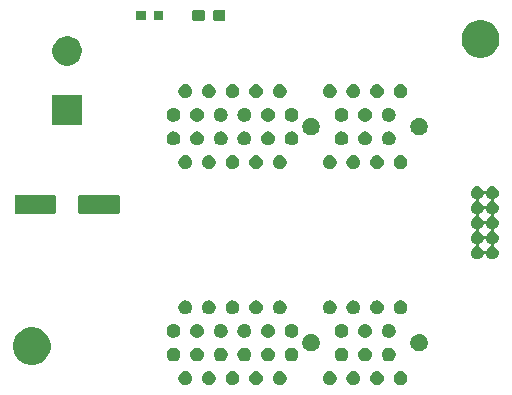
<source format=gbr>
G04 #@! TF.GenerationSoftware,KiCad,Pcbnew,5.0.2+dfsg1-1*
G04 #@! TF.CreationDate,2021-07-01T00:07:39-05:00*
G04 #@! TF.ProjectId,backplane,6261636b-706c-4616-9e65-2e6b69636164,rev?*
G04 #@! TF.SameCoordinates,Original*
G04 #@! TF.FileFunction,Soldermask,Bot*
G04 #@! TF.FilePolarity,Negative*
%FSLAX46Y46*%
G04 Gerber Fmt 4.6, Leading zero omitted, Abs format (unit mm)*
G04 Created by KiCad (PCBNEW 5.0.2+dfsg1-1) date Thu 01 Jul 2021 12:07:39 AM CDT*
%MOMM*%
%LPD*%
G01*
G04 APERTURE LIST*
%ADD10C,0.100000*%
G04 APERTURE END LIST*
D10*
G36*
X129085756Y-84121414D02*
X129170405Y-84138251D01*
X129276723Y-84182289D01*
X129371975Y-84245935D01*
X129372409Y-84246225D01*
X129453776Y-84327592D01*
X129453778Y-84327595D01*
X129517712Y-84423278D01*
X129561750Y-84529596D01*
X129584200Y-84642462D01*
X129584200Y-84757540D01*
X129561750Y-84870406D01*
X129517712Y-84976724D01*
X129454066Y-85071976D01*
X129453776Y-85072410D01*
X129372409Y-85153777D01*
X129372406Y-85153779D01*
X129276723Y-85217713D01*
X129170405Y-85261751D01*
X129085755Y-85278589D01*
X129057540Y-85284201D01*
X128942460Y-85284201D01*
X128914245Y-85278589D01*
X128829595Y-85261751D01*
X128723277Y-85217713D01*
X128627594Y-85153779D01*
X128627591Y-85153777D01*
X128546224Y-85072410D01*
X128545934Y-85071976D01*
X128482288Y-84976724D01*
X128438250Y-84870406D01*
X128415800Y-84757540D01*
X128415800Y-84642462D01*
X128438250Y-84529596D01*
X128482288Y-84423278D01*
X128546222Y-84327595D01*
X128546224Y-84327592D01*
X128627591Y-84246225D01*
X128628025Y-84245935D01*
X128723277Y-84182289D01*
X128829595Y-84138251D01*
X128914244Y-84121414D01*
X128942460Y-84115801D01*
X129057540Y-84115801D01*
X129085756Y-84121414D01*
X129085756Y-84121414D01*
G37*
G36*
X147310757Y-84121414D02*
X147395406Y-84138251D01*
X147501724Y-84182289D01*
X147596976Y-84245935D01*
X147597410Y-84246225D01*
X147678777Y-84327592D01*
X147678779Y-84327595D01*
X147742713Y-84423278D01*
X147786751Y-84529596D01*
X147809201Y-84642462D01*
X147809201Y-84757540D01*
X147786751Y-84870406D01*
X147742713Y-84976724D01*
X147679067Y-85071976D01*
X147678777Y-85072410D01*
X147597410Y-85153777D01*
X147597407Y-85153779D01*
X147501724Y-85217713D01*
X147395406Y-85261751D01*
X147310756Y-85278589D01*
X147282541Y-85284201D01*
X147167461Y-85284201D01*
X147139246Y-85278589D01*
X147054596Y-85261751D01*
X146948278Y-85217713D01*
X146852595Y-85153779D01*
X146852592Y-85153777D01*
X146771225Y-85072410D01*
X146770935Y-85071976D01*
X146707289Y-84976724D01*
X146663251Y-84870406D01*
X146640801Y-84757540D01*
X146640801Y-84642462D01*
X146663251Y-84529596D01*
X146707289Y-84423278D01*
X146771223Y-84327595D01*
X146771225Y-84327592D01*
X146852592Y-84246225D01*
X146853026Y-84245935D01*
X146948278Y-84182289D01*
X147054596Y-84138251D01*
X147139245Y-84121414D01*
X147167461Y-84115801D01*
X147282541Y-84115801D01*
X147310757Y-84121414D01*
X147310757Y-84121414D01*
G37*
G36*
X145310756Y-84121414D02*
X145395405Y-84138251D01*
X145501723Y-84182289D01*
X145596975Y-84245935D01*
X145597409Y-84246225D01*
X145678776Y-84327592D01*
X145678778Y-84327595D01*
X145742712Y-84423278D01*
X145786750Y-84529596D01*
X145809200Y-84642462D01*
X145809200Y-84757540D01*
X145786750Y-84870406D01*
X145742712Y-84976724D01*
X145679066Y-85071976D01*
X145678776Y-85072410D01*
X145597409Y-85153777D01*
X145597406Y-85153779D01*
X145501723Y-85217713D01*
X145395405Y-85261751D01*
X145310755Y-85278589D01*
X145282540Y-85284201D01*
X145167460Y-85284201D01*
X145139245Y-85278589D01*
X145054595Y-85261751D01*
X144948277Y-85217713D01*
X144852594Y-85153779D01*
X144852591Y-85153777D01*
X144771224Y-85072410D01*
X144770934Y-85071976D01*
X144707288Y-84976724D01*
X144663250Y-84870406D01*
X144640800Y-84757540D01*
X144640800Y-84642462D01*
X144663250Y-84529596D01*
X144707288Y-84423278D01*
X144771222Y-84327595D01*
X144771224Y-84327592D01*
X144852591Y-84246225D01*
X144853025Y-84245935D01*
X144948277Y-84182289D01*
X145054595Y-84138251D01*
X145139244Y-84121414D01*
X145167460Y-84115801D01*
X145282540Y-84115801D01*
X145310756Y-84121414D01*
X145310756Y-84121414D01*
G37*
G36*
X143310755Y-84121414D02*
X143395404Y-84138251D01*
X143501722Y-84182289D01*
X143596974Y-84245935D01*
X143597408Y-84246225D01*
X143678775Y-84327592D01*
X143678777Y-84327595D01*
X143742711Y-84423278D01*
X143786749Y-84529596D01*
X143809199Y-84642462D01*
X143809199Y-84757540D01*
X143786749Y-84870406D01*
X143742711Y-84976724D01*
X143679065Y-85071976D01*
X143678775Y-85072410D01*
X143597408Y-85153777D01*
X143597405Y-85153779D01*
X143501722Y-85217713D01*
X143395404Y-85261751D01*
X143310754Y-85278589D01*
X143282539Y-85284201D01*
X143167459Y-85284201D01*
X143139244Y-85278589D01*
X143054594Y-85261751D01*
X142948276Y-85217713D01*
X142852593Y-85153779D01*
X142852590Y-85153777D01*
X142771223Y-85072410D01*
X142770933Y-85071976D01*
X142707287Y-84976724D01*
X142663249Y-84870406D01*
X142640799Y-84757540D01*
X142640799Y-84642462D01*
X142663249Y-84529596D01*
X142707287Y-84423278D01*
X142771221Y-84327595D01*
X142771223Y-84327592D01*
X142852590Y-84246225D01*
X142853024Y-84245935D01*
X142948276Y-84182289D01*
X143054594Y-84138251D01*
X143139243Y-84121414D01*
X143167459Y-84115801D01*
X143282539Y-84115801D01*
X143310755Y-84121414D01*
X143310755Y-84121414D01*
G37*
G36*
X141310756Y-84121414D02*
X141395405Y-84138251D01*
X141501723Y-84182289D01*
X141596975Y-84245935D01*
X141597409Y-84246225D01*
X141678776Y-84327592D01*
X141678778Y-84327595D01*
X141742712Y-84423278D01*
X141786750Y-84529596D01*
X141809200Y-84642462D01*
X141809200Y-84757540D01*
X141786750Y-84870406D01*
X141742712Y-84976724D01*
X141679066Y-85071976D01*
X141678776Y-85072410D01*
X141597409Y-85153777D01*
X141597406Y-85153779D01*
X141501723Y-85217713D01*
X141395405Y-85261751D01*
X141310755Y-85278589D01*
X141282540Y-85284201D01*
X141167460Y-85284201D01*
X141139245Y-85278589D01*
X141054595Y-85261751D01*
X140948277Y-85217713D01*
X140852594Y-85153779D01*
X140852591Y-85153777D01*
X140771224Y-85072410D01*
X140770934Y-85071976D01*
X140707288Y-84976724D01*
X140663250Y-84870406D01*
X140640800Y-84757540D01*
X140640800Y-84642462D01*
X140663250Y-84529596D01*
X140707288Y-84423278D01*
X140771222Y-84327595D01*
X140771224Y-84327592D01*
X140852591Y-84246225D01*
X140853025Y-84245935D01*
X140948277Y-84182289D01*
X141054595Y-84138251D01*
X141139244Y-84121414D01*
X141167460Y-84115801D01*
X141282540Y-84115801D01*
X141310756Y-84121414D01*
X141310756Y-84121414D01*
G37*
G36*
X135085757Y-84121414D02*
X135170406Y-84138251D01*
X135276724Y-84182289D01*
X135371976Y-84245935D01*
X135372410Y-84246225D01*
X135453777Y-84327592D01*
X135453779Y-84327595D01*
X135517713Y-84423278D01*
X135561751Y-84529596D01*
X135584201Y-84642462D01*
X135584201Y-84757540D01*
X135561751Y-84870406D01*
X135517713Y-84976724D01*
X135454067Y-85071976D01*
X135453777Y-85072410D01*
X135372410Y-85153777D01*
X135372407Y-85153779D01*
X135276724Y-85217713D01*
X135170406Y-85261751D01*
X135085756Y-85278589D01*
X135057541Y-85284201D01*
X134942461Y-85284201D01*
X134914246Y-85278589D01*
X134829596Y-85261751D01*
X134723278Y-85217713D01*
X134627595Y-85153779D01*
X134627592Y-85153777D01*
X134546225Y-85072410D01*
X134545935Y-85071976D01*
X134482289Y-84976724D01*
X134438251Y-84870406D01*
X134415801Y-84757540D01*
X134415801Y-84642462D01*
X134438251Y-84529596D01*
X134482289Y-84423278D01*
X134546223Y-84327595D01*
X134546225Y-84327592D01*
X134627592Y-84246225D01*
X134628026Y-84245935D01*
X134723278Y-84182289D01*
X134829596Y-84138251D01*
X134914245Y-84121414D01*
X134942461Y-84115801D01*
X135057541Y-84115801D01*
X135085757Y-84121414D01*
X135085757Y-84121414D01*
G37*
G36*
X137085755Y-84121414D02*
X137170404Y-84138251D01*
X137276722Y-84182289D01*
X137371974Y-84245935D01*
X137372408Y-84246225D01*
X137453775Y-84327592D01*
X137453777Y-84327595D01*
X137517711Y-84423278D01*
X137561749Y-84529596D01*
X137584199Y-84642462D01*
X137584199Y-84757540D01*
X137561749Y-84870406D01*
X137517711Y-84976724D01*
X137454065Y-85071976D01*
X137453775Y-85072410D01*
X137372408Y-85153777D01*
X137372405Y-85153779D01*
X137276722Y-85217713D01*
X137170404Y-85261751D01*
X137085754Y-85278589D01*
X137057539Y-85284201D01*
X136942459Y-85284201D01*
X136914244Y-85278589D01*
X136829594Y-85261751D01*
X136723276Y-85217713D01*
X136627593Y-85153779D01*
X136627590Y-85153777D01*
X136546223Y-85072410D01*
X136545933Y-85071976D01*
X136482287Y-84976724D01*
X136438249Y-84870406D01*
X136415799Y-84757540D01*
X136415799Y-84642462D01*
X136438249Y-84529596D01*
X136482287Y-84423278D01*
X136546221Y-84327595D01*
X136546223Y-84327592D01*
X136627590Y-84246225D01*
X136628024Y-84245935D01*
X136723276Y-84182289D01*
X136829594Y-84138251D01*
X136914243Y-84121414D01*
X136942459Y-84115801D01*
X137057539Y-84115801D01*
X137085755Y-84121414D01*
X137085755Y-84121414D01*
G37*
G36*
X131085755Y-84121414D02*
X131170404Y-84138251D01*
X131276722Y-84182289D01*
X131371974Y-84245935D01*
X131372408Y-84246225D01*
X131453775Y-84327592D01*
X131453777Y-84327595D01*
X131517711Y-84423278D01*
X131561749Y-84529596D01*
X131584199Y-84642462D01*
X131584199Y-84757540D01*
X131561749Y-84870406D01*
X131517711Y-84976724D01*
X131454065Y-85071976D01*
X131453775Y-85072410D01*
X131372408Y-85153777D01*
X131372405Y-85153779D01*
X131276722Y-85217713D01*
X131170404Y-85261751D01*
X131085754Y-85278589D01*
X131057539Y-85284201D01*
X130942459Y-85284201D01*
X130914244Y-85278589D01*
X130829594Y-85261751D01*
X130723276Y-85217713D01*
X130627593Y-85153779D01*
X130627590Y-85153777D01*
X130546223Y-85072410D01*
X130545933Y-85071976D01*
X130482287Y-84976724D01*
X130438249Y-84870406D01*
X130415799Y-84757540D01*
X130415799Y-84642462D01*
X130438249Y-84529596D01*
X130482287Y-84423278D01*
X130546221Y-84327595D01*
X130546223Y-84327592D01*
X130627590Y-84246225D01*
X130628024Y-84245935D01*
X130723276Y-84182289D01*
X130829594Y-84138251D01*
X130914243Y-84121414D01*
X130942459Y-84115801D01*
X131057539Y-84115801D01*
X131085755Y-84121414D01*
X131085755Y-84121414D01*
G37*
G36*
X133085756Y-84121414D02*
X133170405Y-84138251D01*
X133276723Y-84182289D01*
X133371975Y-84245935D01*
X133372409Y-84246225D01*
X133453776Y-84327592D01*
X133453778Y-84327595D01*
X133517712Y-84423278D01*
X133561750Y-84529596D01*
X133584200Y-84642462D01*
X133584200Y-84757540D01*
X133561750Y-84870406D01*
X133517712Y-84976724D01*
X133454066Y-85071976D01*
X133453776Y-85072410D01*
X133372409Y-85153777D01*
X133372406Y-85153779D01*
X133276723Y-85217713D01*
X133170405Y-85261751D01*
X133085755Y-85278589D01*
X133057540Y-85284201D01*
X132942460Y-85284201D01*
X132914245Y-85278589D01*
X132829595Y-85261751D01*
X132723277Y-85217713D01*
X132627594Y-85153779D01*
X132627591Y-85153777D01*
X132546224Y-85072410D01*
X132545934Y-85071976D01*
X132482288Y-84976724D01*
X132438250Y-84870406D01*
X132415800Y-84757540D01*
X132415800Y-84642462D01*
X132438250Y-84529596D01*
X132482288Y-84423278D01*
X132546222Y-84327595D01*
X132546224Y-84327592D01*
X132627591Y-84246225D01*
X132628025Y-84245935D01*
X132723277Y-84182289D01*
X132829595Y-84138251D01*
X132914244Y-84121414D01*
X132942460Y-84115801D01*
X133057540Y-84115801D01*
X133085756Y-84121414D01*
X133085756Y-84121414D01*
G37*
G36*
X116466703Y-80461486D02*
X116757883Y-80582097D01*
X117019944Y-80757201D01*
X117242799Y-80980056D01*
X117417903Y-81242117D01*
X117538514Y-81533297D01*
X117600000Y-81842412D01*
X117600000Y-82157588D01*
X117538514Y-82466703D01*
X117417903Y-82757883D01*
X117242799Y-83019944D01*
X117019944Y-83242799D01*
X116757883Y-83417903D01*
X116466703Y-83538514D01*
X116157588Y-83600000D01*
X115842412Y-83600000D01*
X115533297Y-83538514D01*
X115242117Y-83417903D01*
X114980056Y-83242799D01*
X114757201Y-83019944D01*
X114582097Y-82757883D01*
X114461486Y-82466703D01*
X114400000Y-82157588D01*
X114400000Y-81842412D01*
X114461486Y-81533297D01*
X114582097Y-81242117D01*
X114757201Y-80980056D01*
X114980056Y-80757201D01*
X115242117Y-80582097D01*
X115533297Y-80461486D01*
X115842412Y-80400000D01*
X116157588Y-80400000D01*
X116466703Y-80461486D01*
X116466703Y-80461486D01*
G37*
G36*
X144310755Y-82121413D02*
X144395404Y-82138250D01*
X144501722Y-82182288D01*
X144596974Y-82245934D01*
X144597408Y-82246224D01*
X144678775Y-82327591D01*
X144678777Y-82327594D01*
X144742711Y-82423277D01*
X144786749Y-82529595D01*
X144803587Y-82614245D01*
X144809199Y-82642460D01*
X144809199Y-82757540D01*
X144803587Y-82785755D01*
X144786749Y-82870405D01*
X144742711Y-82976723D01*
X144713833Y-83019941D01*
X144678775Y-83072409D01*
X144597408Y-83153776D01*
X144597405Y-83153778D01*
X144501722Y-83217712D01*
X144395404Y-83261750D01*
X144310754Y-83278588D01*
X144282539Y-83284200D01*
X144167459Y-83284200D01*
X144139244Y-83278588D01*
X144054594Y-83261750D01*
X143948276Y-83217712D01*
X143852593Y-83153778D01*
X143852590Y-83153776D01*
X143771223Y-83072409D01*
X143736165Y-83019941D01*
X143707287Y-82976723D01*
X143663249Y-82870405D01*
X143646412Y-82785756D01*
X143640799Y-82757540D01*
X143640799Y-82642460D01*
X143646412Y-82614244D01*
X143663249Y-82529595D01*
X143707287Y-82423277D01*
X143771221Y-82327594D01*
X143771223Y-82327591D01*
X143852590Y-82246224D01*
X143853024Y-82245934D01*
X143948276Y-82182288D01*
X144054594Y-82138250D01*
X144139243Y-82121413D01*
X144167459Y-82115800D01*
X144282539Y-82115800D01*
X144310755Y-82121413D01*
X144310755Y-82121413D01*
G37*
G36*
X146310757Y-82121413D02*
X146395406Y-82138250D01*
X146501724Y-82182288D01*
X146596976Y-82245934D01*
X146597410Y-82246224D01*
X146678777Y-82327591D01*
X146678779Y-82327594D01*
X146742713Y-82423277D01*
X146786751Y-82529595D01*
X146803589Y-82614245D01*
X146809201Y-82642460D01*
X146809201Y-82757540D01*
X146803589Y-82785755D01*
X146786751Y-82870405D01*
X146742713Y-82976723D01*
X146713835Y-83019941D01*
X146678777Y-83072409D01*
X146597410Y-83153776D01*
X146597407Y-83153778D01*
X146501724Y-83217712D01*
X146395406Y-83261750D01*
X146310756Y-83278588D01*
X146282541Y-83284200D01*
X146167461Y-83284200D01*
X146139246Y-83278588D01*
X146054596Y-83261750D01*
X145948278Y-83217712D01*
X145852595Y-83153778D01*
X145852592Y-83153776D01*
X145771225Y-83072409D01*
X145736167Y-83019941D01*
X145707289Y-82976723D01*
X145663251Y-82870405D01*
X145646414Y-82785756D01*
X145640801Y-82757540D01*
X145640801Y-82642460D01*
X145646414Y-82614244D01*
X145663251Y-82529595D01*
X145707289Y-82423277D01*
X145771223Y-82327594D01*
X145771225Y-82327591D01*
X145852592Y-82246224D01*
X145853026Y-82245934D01*
X145948278Y-82182288D01*
X146054596Y-82138250D01*
X146139245Y-82121413D01*
X146167461Y-82115800D01*
X146282541Y-82115800D01*
X146310757Y-82121413D01*
X146310757Y-82121413D01*
G37*
G36*
X142310757Y-82121413D02*
X142395406Y-82138250D01*
X142501724Y-82182288D01*
X142596976Y-82245934D01*
X142597410Y-82246224D01*
X142678777Y-82327591D01*
X142678779Y-82327594D01*
X142742713Y-82423277D01*
X142786751Y-82529595D01*
X142803589Y-82614245D01*
X142809201Y-82642460D01*
X142809201Y-82757540D01*
X142803589Y-82785755D01*
X142786751Y-82870405D01*
X142742713Y-82976723D01*
X142713835Y-83019941D01*
X142678777Y-83072409D01*
X142597410Y-83153776D01*
X142597407Y-83153778D01*
X142501724Y-83217712D01*
X142395406Y-83261750D01*
X142310756Y-83278588D01*
X142282541Y-83284200D01*
X142167461Y-83284200D01*
X142139246Y-83278588D01*
X142054596Y-83261750D01*
X141948278Y-83217712D01*
X141852595Y-83153778D01*
X141852592Y-83153776D01*
X141771225Y-83072409D01*
X141736167Y-83019941D01*
X141707289Y-82976723D01*
X141663251Y-82870405D01*
X141646414Y-82785756D01*
X141640801Y-82757540D01*
X141640801Y-82642460D01*
X141646414Y-82614244D01*
X141663251Y-82529595D01*
X141707289Y-82423277D01*
X141771223Y-82327594D01*
X141771225Y-82327591D01*
X141852592Y-82246224D01*
X141853026Y-82245934D01*
X141948278Y-82182288D01*
X142054596Y-82138250D01*
X142139245Y-82121413D01*
X142167461Y-82115800D01*
X142282541Y-82115800D01*
X142310757Y-82121413D01*
X142310757Y-82121413D01*
G37*
G36*
X136085755Y-82121413D02*
X136170404Y-82138250D01*
X136276722Y-82182288D01*
X136371974Y-82245934D01*
X136372408Y-82246224D01*
X136453775Y-82327591D01*
X136453777Y-82327594D01*
X136517711Y-82423277D01*
X136561749Y-82529595D01*
X136578587Y-82614245D01*
X136584199Y-82642460D01*
X136584199Y-82757540D01*
X136578587Y-82785755D01*
X136561749Y-82870405D01*
X136517711Y-82976723D01*
X136488833Y-83019941D01*
X136453775Y-83072409D01*
X136372408Y-83153776D01*
X136372405Y-83153778D01*
X136276722Y-83217712D01*
X136170404Y-83261750D01*
X136085754Y-83278588D01*
X136057539Y-83284200D01*
X135942459Y-83284200D01*
X135914244Y-83278588D01*
X135829594Y-83261750D01*
X135723276Y-83217712D01*
X135627593Y-83153778D01*
X135627590Y-83153776D01*
X135546223Y-83072409D01*
X135511165Y-83019941D01*
X135482287Y-82976723D01*
X135438249Y-82870405D01*
X135421412Y-82785756D01*
X135415799Y-82757540D01*
X135415799Y-82642460D01*
X135421412Y-82614244D01*
X135438249Y-82529595D01*
X135482287Y-82423277D01*
X135546221Y-82327594D01*
X135546223Y-82327591D01*
X135627590Y-82246224D01*
X135628024Y-82245934D01*
X135723276Y-82182288D01*
X135829594Y-82138250D01*
X135914243Y-82121413D01*
X135942459Y-82115800D01*
X136057539Y-82115800D01*
X136085755Y-82121413D01*
X136085755Y-82121413D01*
G37*
G36*
X134085756Y-82121413D02*
X134170405Y-82138250D01*
X134276723Y-82182288D01*
X134371975Y-82245934D01*
X134372409Y-82246224D01*
X134453776Y-82327591D01*
X134453778Y-82327594D01*
X134517712Y-82423277D01*
X134561750Y-82529595D01*
X134578588Y-82614245D01*
X134584200Y-82642460D01*
X134584200Y-82757540D01*
X134578588Y-82785755D01*
X134561750Y-82870405D01*
X134517712Y-82976723D01*
X134488834Y-83019941D01*
X134453776Y-83072409D01*
X134372409Y-83153776D01*
X134372406Y-83153778D01*
X134276723Y-83217712D01*
X134170405Y-83261750D01*
X134085755Y-83278588D01*
X134057540Y-83284200D01*
X133942460Y-83284200D01*
X133914245Y-83278588D01*
X133829595Y-83261750D01*
X133723277Y-83217712D01*
X133627594Y-83153778D01*
X133627591Y-83153776D01*
X133546224Y-83072409D01*
X133511166Y-83019941D01*
X133482288Y-82976723D01*
X133438250Y-82870405D01*
X133421413Y-82785756D01*
X133415800Y-82757540D01*
X133415800Y-82642460D01*
X133421413Y-82614244D01*
X133438250Y-82529595D01*
X133482288Y-82423277D01*
X133546222Y-82327594D01*
X133546224Y-82327591D01*
X133627591Y-82246224D01*
X133628025Y-82245934D01*
X133723277Y-82182288D01*
X133829595Y-82138250D01*
X133914244Y-82121413D01*
X133942460Y-82115800D01*
X134057540Y-82115800D01*
X134085756Y-82121413D01*
X134085756Y-82121413D01*
G37*
G36*
X132085755Y-82121413D02*
X132170404Y-82138250D01*
X132276722Y-82182288D01*
X132371974Y-82245934D01*
X132372408Y-82246224D01*
X132453775Y-82327591D01*
X132453777Y-82327594D01*
X132517711Y-82423277D01*
X132561749Y-82529595D01*
X132578587Y-82614245D01*
X132584199Y-82642460D01*
X132584199Y-82757540D01*
X132578587Y-82785755D01*
X132561749Y-82870405D01*
X132517711Y-82976723D01*
X132488833Y-83019941D01*
X132453775Y-83072409D01*
X132372408Y-83153776D01*
X132372405Y-83153778D01*
X132276722Y-83217712D01*
X132170404Y-83261750D01*
X132085754Y-83278588D01*
X132057539Y-83284200D01*
X131942459Y-83284200D01*
X131914244Y-83278588D01*
X131829594Y-83261750D01*
X131723276Y-83217712D01*
X131627593Y-83153778D01*
X131627590Y-83153776D01*
X131546223Y-83072409D01*
X131511165Y-83019941D01*
X131482287Y-82976723D01*
X131438249Y-82870405D01*
X131421412Y-82785756D01*
X131415799Y-82757540D01*
X131415799Y-82642460D01*
X131421412Y-82614244D01*
X131438249Y-82529595D01*
X131482287Y-82423277D01*
X131546221Y-82327594D01*
X131546223Y-82327591D01*
X131627590Y-82246224D01*
X131628024Y-82245934D01*
X131723276Y-82182288D01*
X131829594Y-82138250D01*
X131914243Y-82121413D01*
X131942459Y-82115800D01*
X132057539Y-82115800D01*
X132085755Y-82121413D01*
X132085755Y-82121413D01*
G37*
G36*
X130085757Y-82121413D02*
X130170406Y-82138250D01*
X130276724Y-82182288D01*
X130371976Y-82245934D01*
X130372410Y-82246224D01*
X130453777Y-82327591D01*
X130453779Y-82327594D01*
X130517713Y-82423277D01*
X130561751Y-82529595D01*
X130578589Y-82614245D01*
X130584201Y-82642460D01*
X130584201Y-82757540D01*
X130578589Y-82785755D01*
X130561751Y-82870405D01*
X130517713Y-82976723D01*
X130488835Y-83019941D01*
X130453777Y-83072409D01*
X130372410Y-83153776D01*
X130372407Y-83153778D01*
X130276724Y-83217712D01*
X130170406Y-83261750D01*
X130085756Y-83278588D01*
X130057541Y-83284200D01*
X129942461Y-83284200D01*
X129914246Y-83278588D01*
X129829596Y-83261750D01*
X129723278Y-83217712D01*
X129627595Y-83153778D01*
X129627592Y-83153776D01*
X129546225Y-83072409D01*
X129511167Y-83019941D01*
X129482289Y-82976723D01*
X129438251Y-82870405D01*
X129421414Y-82785756D01*
X129415801Y-82757540D01*
X129415801Y-82642460D01*
X129421414Y-82614244D01*
X129438251Y-82529595D01*
X129482289Y-82423277D01*
X129546223Y-82327594D01*
X129546225Y-82327591D01*
X129627592Y-82246224D01*
X129628026Y-82245934D01*
X129723278Y-82182288D01*
X129829596Y-82138250D01*
X129914245Y-82121413D01*
X129942461Y-82115800D01*
X130057541Y-82115800D01*
X130085757Y-82121413D01*
X130085757Y-82121413D01*
G37*
G36*
X128085755Y-82121413D02*
X128170404Y-82138250D01*
X128276722Y-82182288D01*
X128371974Y-82245934D01*
X128372408Y-82246224D01*
X128453775Y-82327591D01*
X128453777Y-82327594D01*
X128517711Y-82423277D01*
X128561749Y-82529595D01*
X128578587Y-82614245D01*
X128584199Y-82642460D01*
X128584199Y-82757540D01*
X128578587Y-82785755D01*
X128561749Y-82870405D01*
X128517711Y-82976723D01*
X128488833Y-83019941D01*
X128453775Y-83072409D01*
X128372408Y-83153776D01*
X128372405Y-83153778D01*
X128276722Y-83217712D01*
X128170404Y-83261750D01*
X128085754Y-83278588D01*
X128057539Y-83284200D01*
X127942459Y-83284200D01*
X127914244Y-83278588D01*
X127829594Y-83261750D01*
X127723276Y-83217712D01*
X127627593Y-83153778D01*
X127627590Y-83153776D01*
X127546223Y-83072409D01*
X127511165Y-83019941D01*
X127482287Y-82976723D01*
X127438249Y-82870405D01*
X127421412Y-82785756D01*
X127415799Y-82757540D01*
X127415799Y-82642460D01*
X127421412Y-82614244D01*
X127438249Y-82529595D01*
X127482287Y-82423277D01*
X127546221Y-82327594D01*
X127546223Y-82327591D01*
X127627590Y-82246224D01*
X127628024Y-82245934D01*
X127723276Y-82182288D01*
X127829594Y-82138250D01*
X127914243Y-82121413D01*
X127942459Y-82115800D01*
X128057539Y-82115800D01*
X128085755Y-82121413D01*
X128085755Y-82121413D01*
G37*
G36*
X138085756Y-82121413D02*
X138170405Y-82138250D01*
X138276723Y-82182288D01*
X138371975Y-82245934D01*
X138372409Y-82246224D01*
X138453776Y-82327591D01*
X138453778Y-82327594D01*
X138517712Y-82423277D01*
X138561750Y-82529595D01*
X138578588Y-82614245D01*
X138584200Y-82642460D01*
X138584200Y-82757540D01*
X138578588Y-82785755D01*
X138561750Y-82870405D01*
X138517712Y-82976723D01*
X138488834Y-83019941D01*
X138453776Y-83072409D01*
X138372409Y-83153776D01*
X138372406Y-83153778D01*
X138276723Y-83217712D01*
X138170405Y-83261750D01*
X138085755Y-83278588D01*
X138057540Y-83284200D01*
X137942460Y-83284200D01*
X137914245Y-83278588D01*
X137829595Y-83261750D01*
X137723277Y-83217712D01*
X137627594Y-83153778D01*
X137627591Y-83153776D01*
X137546224Y-83072409D01*
X137511166Y-83019941D01*
X137482288Y-82976723D01*
X137438250Y-82870405D01*
X137421413Y-82785756D01*
X137415800Y-82757540D01*
X137415800Y-82642460D01*
X137421413Y-82614244D01*
X137438250Y-82529595D01*
X137482288Y-82423277D01*
X137546222Y-82327594D01*
X137546224Y-82327591D01*
X137627591Y-82246224D01*
X137628025Y-82245934D01*
X137723277Y-82182288D01*
X137829595Y-82138250D01*
X137914244Y-82121413D01*
X137942460Y-82115800D01*
X138057540Y-82115800D01*
X138085756Y-82121413D01*
X138085756Y-82121413D01*
G37*
G36*
X139789523Y-80976722D02*
X139864858Y-80991707D01*
X139931885Y-81019471D01*
X139998912Y-81047234D01*
X140119556Y-81127846D01*
X140222154Y-81230444D01*
X140302766Y-81351088D01*
X140358293Y-81485143D01*
X140386600Y-81627450D01*
X140386600Y-81772550D01*
X140358293Y-81914857D01*
X140302766Y-82048912D01*
X140222154Y-82169556D01*
X140119556Y-82272154D01*
X139998912Y-82352766D01*
X139931884Y-82380530D01*
X139864858Y-82408293D01*
X139793704Y-82422446D01*
X139722550Y-82436600D01*
X139577450Y-82436600D01*
X139506296Y-82422446D01*
X139435142Y-82408293D01*
X139368116Y-82380530D01*
X139301088Y-82352766D01*
X139180444Y-82272154D01*
X139077846Y-82169556D01*
X138997234Y-82048912D01*
X138941707Y-81914857D01*
X138913400Y-81772550D01*
X138913400Y-81627450D01*
X138941707Y-81485143D01*
X138997234Y-81351088D01*
X139077846Y-81230444D01*
X139180444Y-81127846D01*
X139301088Y-81047234D01*
X139368115Y-81019471D01*
X139435142Y-80991707D01*
X139510477Y-80976722D01*
X139577450Y-80963400D01*
X139722550Y-80963400D01*
X139789523Y-80976722D01*
X139789523Y-80976722D01*
G37*
G36*
X148939523Y-80976722D02*
X149014858Y-80991707D01*
X149081885Y-81019471D01*
X149148912Y-81047234D01*
X149269556Y-81127846D01*
X149372154Y-81230444D01*
X149452766Y-81351088D01*
X149508293Y-81485143D01*
X149536600Y-81627450D01*
X149536600Y-81772550D01*
X149508293Y-81914857D01*
X149452766Y-82048912D01*
X149372154Y-82169556D01*
X149269556Y-82272154D01*
X149148912Y-82352766D01*
X149081884Y-82380530D01*
X149014858Y-82408293D01*
X148943704Y-82422446D01*
X148872550Y-82436600D01*
X148727450Y-82436600D01*
X148656296Y-82422446D01*
X148585142Y-82408293D01*
X148518116Y-82380530D01*
X148451088Y-82352766D01*
X148330444Y-82272154D01*
X148227846Y-82169556D01*
X148147234Y-82048912D01*
X148091707Y-81914857D01*
X148063400Y-81772550D01*
X148063400Y-81627450D01*
X148091707Y-81485143D01*
X148147234Y-81351088D01*
X148227846Y-81230444D01*
X148330444Y-81127846D01*
X148451088Y-81047234D01*
X148518115Y-81019471D01*
X148585142Y-80991707D01*
X148660477Y-80976722D01*
X148727450Y-80963400D01*
X148872550Y-80963400D01*
X148939523Y-80976722D01*
X148939523Y-80976722D01*
G37*
G36*
X146310756Y-80121411D02*
X146395406Y-80138249D01*
X146501724Y-80182287D01*
X146596976Y-80245933D01*
X146597410Y-80246223D01*
X146678777Y-80327590D01*
X146678779Y-80327593D01*
X146742713Y-80423276D01*
X146786751Y-80529594D01*
X146809201Y-80642460D01*
X146809201Y-80757538D01*
X146786751Y-80870404D01*
X146742713Y-80976722D01*
X146695598Y-81047234D01*
X146678777Y-81072408D01*
X146597410Y-81153775D01*
X146597407Y-81153777D01*
X146501724Y-81217711D01*
X146395406Y-81261749D01*
X146310756Y-81278587D01*
X146282541Y-81284199D01*
X146167461Y-81284199D01*
X146139246Y-81278587D01*
X146054596Y-81261749D01*
X145948278Y-81217711D01*
X145852595Y-81153777D01*
X145852592Y-81153775D01*
X145771225Y-81072408D01*
X145754404Y-81047234D01*
X145707289Y-80976722D01*
X145663251Y-80870404D01*
X145640801Y-80757538D01*
X145640801Y-80642460D01*
X145663251Y-80529594D01*
X145707289Y-80423276D01*
X145771223Y-80327593D01*
X145771225Y-80327590D01*
X145852592Y-80246223D01*
X145853026Y-80245933D01*
X145948278Y-80182287D01*
X146054596Y-80138249D01*
X146139246Y-80121411D01*
X146167461Y-80115799D01*
X146282541Y-80115799D01*
X146310756Y-80121411D01*
X146310756Y-80121411D01*
G37*
G36*
X138085755Y-80121411D02*
X138170405Y-80138249D01*
X138276723Y-80182287D01*
X138371975Y-80245933D01*
X138372409Y-80246223D01*
X138453776Y-80327590D01*
X138453778Y-80327593D01*
X138517712Y-80423276D01*
X138561750Y-80529594D01*
X138584200Y-80642460D01*
X138584200Y-80757538D01*
X138561750Y-80870404D01*
X138517712Y-80976722D01*
X138470597Y-81047234D01*
X138453776Y-81072408D01*
X138372409Y-81153775D01*
X138372406Y-81153777D01*
X138276723Y-81217711D01*
X138170405Y-81261749D01*
X138085755Y-81278587D01*
X138057540Y-81284199D01*
X137942460Y-81284199D01*
X137914245Y-81278587D01*
X137829595Y-81261749D01*
X137723277Y-81217711D01*
X137627594Y-81153777D01*
X137627591Y-81153775D01*
X137546224Y-81072408D01*
X137529403Y-81047234D01*
X137482288Y-80976722D01*
X137438250Y-80870404D01*
X137415800Y-80757538D01*
X137415800Y-80642460D01*
X137438250Y-80529594D01*
X137482288Y-80423276D01*
X137546222Y-80327593D01*
X137546224Y-80327590D01*
X137627591Y-80246223D01*
X137628025Y-80245933D01*
X137723277Y-80182287D01*
X137829595Y-80138249D01*
X137914245Y-80121411D01*
X137942460Y-80115799D01*
X138057540Y-80115799D01*
X138085755Y-80121411D01*
X138085755Y-80121411D01*
G37*
G36*
X128085755Y-80121411D02*
X128170405Y-80138249D01*
X128276723Y-80182287D01*
X128371975Y-80245933D01*
X128372409Y-80246223D01*
X128453776Y-80327590D01*
X128453778Y-80327593D01*
X128517712Y-80423276D01*
X128561750Y-80529594D01*
X128584200Y-80642460D01*
X128584200Y-80757538D01*
X128561750Y-80870404D01*
X128517712Y-80976722D01*
X128470597Y-81047234D01*
X128453776Y-81072408D01*
X128372409Y-81153775D01*
X128372406Y-81153777D01*
X128276723Y-81217711D01*
X128170405Y-81261749D01*
X128085755Y-81278587D01*
X128057540Y-81284199D01*
X127942460Y-81284199D01*
X127914245Y-81278587D01*
X127829595Y-81261749D01*
X127723277Y-81217711D01*
X127627594Y-81153777D01*
X127627591Y-81153775D01*
X127546224Y-81072408D01*
X127529403Y-81047234D01*
X127482288Y-80976722D01*
X127438250Y-80870404D01*
X127415800Y-80757538D01*
X127415800Y-80642460D01*
X127438250Y-80529594D01*
X127482288Y-80423276D01*
X127546222Y-80327593D01*
X127546224Y-80327590D01*
X127627591Y-80246223D01*
X127628025Y-80245933D01*
X127723277Y-80182287D01*
X127829595Y-80138249D01*
X127914245Y-80121411D01*
X127942460Y-80115799D01*
X128057540Y-80115799D01*
X128085755Y-80121411D01*
X128085755Y-80121411D01*
G37*
G36*
X144310755Y-80121411D02*
X144395405Y-80138249D01*
X144501723Y-80182287D01*
X144596975Y-80245933D01*
X144597409Y-80246223D01*
X144678776Y-80327590D01*
X144678778Y-80327593D01*
X144742712Y-80423276D01*
X144786750Y-80529594D01*
X144809200Y-80642460D01*
X144809200Y-80757538D01*
X144786750Y-80870404D01*
X144742712Y-80976722D01*
X144695597Y-81047234D01*
X144678776Y-81072408D01*
X144597409Y-81153775D01*
X144597406Y-81153777D01*
X144501723Y-81217711D01*
X144395405Y-81261749D01*
X144310755Y-81278587D01*
X144282540Y-81284199D01*
X144167460Y-81284199D01*
X144139245Y-81278587D01*
X144054595Y-81261749D01*
X143948277Y-81217711D01*
X143852594Y-81153777D01*
X143852591Y-81153775D01*
X143771224Y-81072408D01*
X143754403Y-81047234D01*
X143707288Y-80976722D01*
X143663250Y-80870404D01*
X143640800Y-80757538D01*
X143640800Y-80642460D01*
X143663250Y-80529594D01*
X143707288Y-80423276D01*
X143771222Y-80327593D01*
X143771224Y-80327590D01*
X143852591Y-80246223D01*
X143853025Y-80245933D01*
X143948277Y-80182287D01*
X144054595Y-80138249D01*
X144139245Y-80121411D01*
X144167460Y-80115799D01*
X144282540Y-80115799D01*
X144310755Y-80121411D01*
X144310755Y-80121411D01*
G37*
G36*
X142310754Y-80121411D02*
X142395404Y-80138249D01*
X142501722Y-80182287D01*
X142596974Y-80245933D01*
X142597408Y-80246223D01*
X142678775Y-80327590D01*
X142678777Y-80327593D01*
X142742711Y-80423276D01*
X142786749Y-80529594D01*
X142809199Y-80642460D01*
X142809199Y-80757538D01*
X142786749Y-80870404D01*
X142742711Y-80976722D01*
X142695596Y-81047234D01*
X142678775Y-81072408D01*
X142597408Y-81153775D01*
X142597405Y-81153777D01*
X142501722Y-81217711D01*
X142395404Y-81261749D01*
X142310754Y-81278587D01*
X142282539Y-81284199D01*
X142167459Y-81284199D01*
X142139244Y-81278587D01*
X142054594Y-81261749D01*
X141948276Y-81217711D01*
X141852593Y-81153777D01*
X141852590Y-81153775D01*
X141771223Y-81072408D01*
X141754402Y-81047234D01*
X141707287Y-80976722D01*
X141663249Y-80870404D01*
X141640799Y-80757538D01*
X141640799Y-80642460D01*
X141663249Y-80529594D01*
X141707287Y-80423276D01*
X141771221Y-80327593D01*
X141771223Y-80327590D01*
X141852590Y-80246223D01*
X141853024Y-80245933D01*
X141948276Y-80182287D01*
X142054594Y-80138249D01*
X142139244Y-80121411D01*
X142167459Y-80115799D01*
X142282539Y-80115799D01*
X142310754Y-80121411D01*
X142310754Y-80121411D01*
G37*
G36*
X134085756Y-80121411D02*
X134170406Y-80138249D01*
X134276724Y-80182287D01*
X134371976Y-80245933D01*
X134372410Y-80246223D01*
X134453777Y-80327590D01*
X134453779Y-80327593D01*
X134517713Y-80423276D01*
X134561751Y-80529594D01*
X134584201Y-80642460D01*
X134584201Y-80757538D01*
X134561751Y-80870404D01*
X134517713Y-80976722D01*
X134470598Y-81047234D01*
X134453777Y-81072408D01*
X134372410Y-81153775D01*
X134372407Y-81153777D01*
X134276724Y-81217711D01*
X134170406Y-81261749D01*
X134085756Y-81278587D01*
X134057541Y-81284199D01*
X133942461Y-81284199D01*
X133914246Y-81278587D01*
X133829596Y-81261749D01*
X133723278Y-81217711D01*
X133627595Y-81153777D01*
X133627592Y-81153775D01*
X133546225Y-81072408D01*
X133529404Y-81047234D01*
X133482289Y-80976722D01*
X133438251Y-80870404D01*
X133415801Y-80757538D01*
X133415801Y-80642460D01*
X133438251Y-80529594D01*
X133482289Y-80423276D01*
X133546223Y-80327593D01*
X133546225Y-80327590D01*
X133627592Y-80246223D01*
X133628026Y-80245933D01*
X133723278Y-80182287D01*
X133829596Y-80138249D01*
X133914246Y-80121411D01*
X133942461Y-80115799D01*
X134057541Y-80115799D01*
X134085756Y-80121411D01*
X134085756Y-80121411D01*
G37*
G36*
X130085754Y-80121411D02*
X130170404Y-80138249D01*
X130276722Y-80182287D01*
X130371974Y-80245933D01*
X130372408Y-80246223D01*
X130453775Y-80327590D01*
X130453777Y-80327593D01*
X130517711Y-80423276D01*
X130561749Y-80529594D01*
X130584199Y-80642460D01*
X130584199Y-80757538D01*
X130561749Y-80870404D01*
X130517711Y-80976722D01*
X130470596Y-81047234D01*
X130453775Y-81072408D01*
X130372408Y-81153775D01*
X130372405Y-81153777D01*
X130276722Y-81217711D01*
X130170404Y-81261749D01*
X130085754Y-81278587D01*
X130057539Y-81284199D01*
X129942459Y-81284199D01*
X129914244Y-81278587D01*
X129829594Y-81261749D01*
X129723276Y-81217711D01*
X129627593Y-81153777D01*
X129627590Y-81153775D01*
X129546223Y-81072408D01*
X129529402Y-81047234D01*
X129482287Y-80976722D01*
X129438249Y-80870404D01*
X129415799Y-80757538D01*
X129415799Y-80642460D01*
X129438249Y-80529594D01*
X129482287Y-80423276D01*
X129546221Y-80327593D01*
X129546223Y-80327590D01*
X129627590Y-80246223D01*
X129628024Y-80245933D01*
X129723276Y-80182287D01*
X129829594Y-80138249D01*
X129914244Y-80121411D01*
X129942459Y-80115799D01*
X130057539Y-80115799D01*
X130085754Y-80121411D01*
X130085754Y-80121411D01*
G37*
G36*
X132085755Y-80121411D02*
X132170405Y-80138249D01*
X132276723Y-80182287D01*
X132371975Y-80245933D01*
X132372409Y-80246223D01*
X132453776Y-80327590D01*
X132453778Y-80327593D01*
X132517712Y-80423276D01*
X132561750Y-80529594D01*
X132584200Y-80642460D01*
X132584200Y-80757538D01*
X132561750Y-80870404D01*
X132517712Y-80976722D01*
X132470597Y-81047234D01*
X132453776Y-81072408D01*
X132372409Y-81153775D01*
X132372406Y-81153777D01*
X132276723Y-81217711D01*
X132170405Y-81261749D01*
X132085755Y-81278587D01*
X132057540Y-81284199D01*
X131942460Y-81284199D01*
X131914245Y-81278587D01*
X131829595Y-81261749D01*
X131723277Y-81217711D01*
X131627594Y-81153777D01*
X131627591Y-81153775D01*
X131546224Y-81072408D01*
X131529403Y-81047234D01*
X131482288Y-80976722D01*
X131438250Y-80870404D01*
X131415800Y-80757538D01*
X131415800Y-80642460D01*
X131438250Y-80529594D01*
X131482288Y-80423276D01*
X131546222Y-80327593D01*
X131546224Y-80327590D01*
X131627591Y-80246223D01*
X131628025Y-80245933D01*
X131723277Y-80182287D01*
X131829595Y-80138249D01*
X131914245Y-80121411D01*
X131942460Y-80115799D01*
X132057540Y-80115799D01*
X132085755Y-80121411D01*
X132085755Y-80121411D01*
G37*
G36*
X136085754Y-80121411D02*
X136170404Y-80138249D01*
X136276722Y-80182287D01*
X136371974Y-80245933D01*
X136372408Y-80246223D01*
X136453775Y-80327590D01*
X136453777Y-80327593D01*
X136517711Y-80423276D01*
X136561749Y-80529594D01*
X136584199Y-80642460D01*
X136584199Y-80757538D01*
X136561749Y-80870404D01*
X136517711Y-80976722D01*
X136470596Y-81047234D01*
X136453775Y-81072408D01*
X136372408Y-81153775D01*
X136372405Y-81153777D01*
X136276722Y-81217711D01*
X136170404Y-81261749D01*
X136085754Y-81278587D01*
X136057539Y-81284199D01*
X135942459Y-81284199D01*
X135914244Y-81278587D01*
X135829594Y-81261749D01*
X135723276Y-81217711D01*
X135627593Y-81153777D01*
X135627590Y-81153775D01*
X135546223Y-81072408D01*
X135529402Y-81047234D01*
X135482287Y-80976722D01*
X135438249Y-80870404D01*
X135415799Y-80757538D01*
X135415799Y-80642460D01*
X135438249Y-80529594D01*
X135482287Y-80423276D01*
X135546221Y-80327593D01*
X135546223Y-80327590D01*
X135627590Y-80246223D01*
X135628024Y-80245933D01*
X135723276Y-80182287D01*
X135829594Y-80138249D01*
X135914244Y-80121411D01*
X135942459Y-80115799D01*
X136057539Y-80115799D01*
X136085754Y-80121411D01*
X136085754Y-80121411D01*
G37*
G36*
X135085756Y-78121413D02*
X135170405Y-78138250D01*
X135276723Y-78182288D01*
X135371975Y-78245934D01*
X135372409Y-78246224D01*
X135453776Y-78327591D01*
X135453778Y-78327594D01*
X135517712Y-78423277D01*
X135561750Y-78529595D01*
X135584200Y-78642461D01*
X135584200Y-78757539D01*
X135561750Y-78870405D01*
X135517712Y-78976723D01*
X135454066Y-79071975D01*
X135453776Y-79072409D01*
X135372409Y-79153776D01*
X135372406Y-79153778D01*
X135276723Y-79217712D01*
X135170405Y-79261750D01*
X135085756Y-79278587D01*
X135057540Y-79284200D01*
X134942460Y-79284200D01*
X134914244Y-79278587D01*
X134829595Y-79261750D01*
X134723277Y-79217712D01*
X134627594Y-79153778D01*
X134627591Y-79153776D01*
X134546224Y-79072409D01*
X134545934Y-79071975D01*
X134482288Y-78976723D01*
X134438250Y-78870405D01*
X134415800Y-78757539D01*
X134415800Y-78642461D01*
X134438250Y-78529595D01*
X134482288Y-78423277D01*
X134546222Y-78327594D01*
X134546224Y-78327591D01*
X134627591Y-78246224D01*
X134628025Y-78245934D01*
X134723277Y-78182288D01*
X134829595Y-78138250D01*
X134914244Y-78121413D01*
X134942460Y-78115800D01*
X135057540Y-78115800D01*
X135085756Y-78121413D01*
X135085756Y-78121413D01*
G37*
G36*
X133085755Y-78121413D02*
X133170404Y-78138250D01*
X133276722Y-78182288D01*
X133371974Y-78245934D01*
X133372408Y-78246224D01*
X133453775Y-78327591D01*
X133453777Y-78327594D01*
X133517711Y-78423277D01*
X133561749Y-78529595D01*
X133584199Y-78642461D01*
X133584199Y-78757539D01*
X133561749Y-78870405D01*
X133517711Y-78976723D01*
X133454065Y-79071975D01*
X133453775Y-79072409D01*
X133372408Y-79153776D01*
X133372405Y-79153778D01*
X133276722Y-79217712D01*
X133170404Y-79261750D01*
X133085755Y-79278587D01*
X133057539Y-79284200D01*
X132942459Y-79284200D01*
X132914243Y-79278587D01*
X132829594Y-79261750D01*
X132723276Y-79217712D01*
X132627593Y-79153778D01*
X132627590Y-79153776D01*
X132546223Y-79072409D01*
X132545933Y-79071975D01*
X132482287Y-78976723D01*
X132438249Y-78870405D01*
X132415799Y-78757539D01*
X132415799Y-78642461D01*
X132438249Y-78529595D01*
X132482287Y-78423277D01*
X132546221Y-78327594D01*
X132546223Y-78327591D01*
X132627590Y-78246224D01*
X132628024Y-78245934D01*
X132723276Y-78182288D01*
X132829594Y-78138250D01*
X132914243Y-78121413D01*
X132942459Y-78115800D01*
X133057539Y-78115800D01*
X133085755Y-78121413D01*
X133085755Y-78121413D01*
G37*
G36*
X131085757Y-78121413D02*
X131170406Y-78138250D01*
X131276724Y-78182288D01*
X131371976Y-78245934D01*
X131372410Y-78246224D01*
X131453777Y-78327591D01*
X131453779Y-78327594D01*
X131517713Y-78423277D01*
X131561751Y-78529595D01*
X131584201Y-78642461D01*
X131584201Y-78757539D01*
X131561751Y-78870405D01*
X131517713Y-78976723D01*
X131454067Y-79071975D01*
X131453777Y-79072409D01*
X131372410Y-79153776D01*
X131372407Y-79153778D01*
X131276724Y-79217712D01*
X131170406Y-79261750D01*
X131085757Y-79278587D01*
X131057541Y-79284200D01*
X130942461Y-79284200D01*
X130914245Y-79278587D01*
X130829596Y-79261750D01*
X130723278Y-79217712D01*
X130627595Y-79153778D01*
X130627592Y-79153776D01*
X130546225Y-79072409D01*
X130545935Y-79071975D01*
X130482289Y-78976723D01*
X130438251Y-78870405D01*
X130415801Y-78757539D01*
X130415801Y-78642461D01*
X130438251Y-78529595D01*
X130482289Y-78423277D01*
X130546223Y-78327594D01*
X130546225Y-78327591D01*
X130627592Y-78246224D01*
X130628026Y-78245934D01*
X130723278Y-78182288D01*
X130829596Y-78138250D01*
X130914245Y-78121413D01*
X130942461Y-78115800D01*
X131057541Y-78115800D01*
X131085757Y-78121413D01*
X131085757Y-78121413D01*
G37*
G36*
X129085755Y-78121413D02*
X129170404Y-78138250D01*
X129276722Y-78182288D01*
X129371974Y-78245934D01*
X129372408Y-78246224D01*
X129453775Y-78327591D01*
X129453777Y-78327594D01*
X129517711Y-78423277D01*
X129561749Y-78529595D01*
X129584199Y-78642461D01*
X129584199Y-78757539D01*
X129561749Y-78870405D01*
X129517711Y-78976723D01*
X129454065Y-79071975D01*
X129453775Y-79072409D01*
X129372408Y-79153776D01*
X129372405Y-79153778D01*
X129276722Y-79217712D01*
X129170404Y-79261750D01*
X129085755Y-79278587D01*
X129057539Y-79284200D01*
X128942459Y-79284200D01*
X128914243Y-79278587D01*
X128829594Y-79261750D01*
X128723276Y-79217712D01*
X128627593Y-79153778D01*
X128627590Y-79153776D01*
X128546223Y-79072409D01*
X128545933Y-79071975D01*
X128482287Y-78976723D01*
X128438249Y-78870405D01*
X128415799Y-78757539D01*
X128415799Y-78642461D01*
X128438249Y-78529595D01*
X128482287Y-78423277D01*
X128546221Y-78327594D01*
X128546223Y-78327591D01*
X128627590Y-78246224D01*
X128628024Y-78245934D01*
X128723276Y-78182288D01*
X128829594Y-78138250D01*
X128914243Y-78121413D01*
X128942459Y-78115800D01*
X129057539Y-78115800D01*
X129085755Y-78121413D01*
X129085755Y-78121413D01*
G37*
G36*
X137085755Y-78121413D02*
X137170404Y-78138250D01*
X137276722Y-78182288D01*
X137371974Y-78245934D01*
X137372408Y-78246224D01*
X137453775Y-78327591D01*
X137453777Y-78327594D01*
X137517711Y-78423277D01*
X137561749Y-78529595D01*
X137584199Y-78642461D01*
X137584199Y-78757539D01*
X137561749Y-78870405D01*
X137517711Y-78976723D01*
X137454065Y-79071975D01*
X137453775Y-79072409D01*
X137372408Y-79153776D01*
X137372405Y-79153778D01*
X137276722Y-79217712D01*
X137170404Y-79261750D01*
X137085755Y-79278587D01*
X137057539Y-79284200D01*
X136942459Y-79284200D01*
X136914243Y-79278587D01*
X136829594Y-79261750D01*
X136723276Y-79217712D01*
X136627593Y-79153778D01*
X136627590Y-79153776D01*
X136546223Y-79072409D01*
X136545933Y-79071975D01*
X136482287Y-78976723D01*
X136438249Y-78870405D01*
X136415799Y-78757539D01*
X136415799Y-78642461D01*
X136438249Y-78529595D01*
X136482287Y-78423277D01*
X136546221Y-78327594D01*
X136546223Y-78327591D01*
X136627590Y-78246224D01*
X136628024Y-78245934D01*
X136723276Y-78182288D01*
X136829594Y-78138250D01*
X136914243Y-78121413D01*
X136942459Y-78115800D01*
X137057539Y-78115800D01*
X137085755Y-78121413D01*
X137085755Y-78121413D01*
G37*
G36*
X141310756Y-78121413D02*
X141395405Y-78138250D01*
X141501723Y-78182288D01*
X141596975Y-78245934D01*
X141597409Y-78246224D01*
X141678776Y-78327591D01*
X141678778Y-78327594D01*
X141742712Y-78423277D01*
X141786750Y-78529595D01*
X141809200Y-78642461D01*
X141809200Y-78757539D01*
X141786750Y-78870405D01*
X141742712Y-78976723D01*
X141679066Y-79071975D01*
X141678776Y-79072409D01*
X141597409Y-79153776D01*
X141597406Y-79153778D01*
X141501723Y-79217712D01*
X141395405Y-79261750D01*
X141310756Y-79278587D01*
X141282540Y-79284200D01*
X141167460Y-79284200D01*
X141139244Y-79278587D01*
X141054595Y-79261750D01*
X140948277Y-79217712D01*
X140852594Y-79153778D01*
X140852591Y-79153776D01*
X140771224Y-79072409D01*
X140770934Y-79071975D01*
X140707288Y-78976723D01*
X140663250Y-78870405D01*
X140640800Y-78757539D01*
X140640800Y-78642461D01*
X140663250Y-78529595D01*
X140707288Y-78423277D01*
X140771222Y-78327594D01*
X140771224Y-78327591D01*
X140852591Y-78246224D01*
X140853025Y-78245934D01*
X140948277Y-78182288D01*
X141054595Y-78138250D01*
X141139244Y-78121413D01*
X141167460Y-78115800D01*
X141282540Y-78115800D01*
X141310756Y-78121413D01*
X141310756Y-78121413D01*
G37*
G36*
X143310757Y-78121413D02*
X143395406Y-78138250D01*
X143501724Y-78182288D01*
X143596976Y-78245934D01*
X143597410Y-78246224D01*
X143678777Y-78327591D01*
X143678779Y-78327594D01*
X143742713Y-78423277D01*
X143786751Y-78529595D01*
X143809201Y-78642461D01*
X143809201Y-78757539D01*
X143786751Y-78870405D01*
X143742713Y-78976723D01*
X143679067Y-79071975D01*
X143678777Y-79072409D01*
X143597410Y-79153776D01*
X143597407Y-79153778D01*
X143501724Y-79217712D01*
X143395406Y-79261750D01*
X143310757Y-79278587D01*
X143282541Y-79284200D01*
X143167461Y-79284200D01*
X143139245Y-79278587D01*
X143054596Y-79261750D01*
X142948278Y-79217712D01*
X142852595Y-79153778D01*
X142852592Y-79153776D01*
X142771225Y-79072409D01*
X142770935Y-79071975D01*
X142707289Y-78976723D01*
X142663251Y-78870405D01*
X142640801Y-78757539D01*
X142640801Y-78642461D01*
X142663251Y-78529595D01*
X142707289Y-78423277D01*
X142771223Y-78327594D01*
X142771225Y-78327591D01*
X142852592Y-78246224D01*
X142853026Y-78245934D01*
X142948278Y-78182288D01*
X143054596Y-78138250D01*
X143139245Y-78121413D01*
X143167461Y-78115800D01*
X143282541Y-78115800D01*
X143310757Y-78121413D01*
X143310757Y-78121413D01*
G37*
G36*
X145310755Y-78121413D02*
X145395404Y-78138250D01*
X145501722Y-78182288D01*
X145596974Y-78245934D01*
X145597408Y-78246224D01*
X145678775Y-78327591D01*
X145678777Y-78327594D01*
X145742711Y-78423277D01*
X145786749Y-78529595D01*
X145809199Y-78642461D01*
X145809199Y-78757539D01*
X145786749Y-78870405D01*
X145742711Y-78976723D01*
X145679065Y-79071975D01*
X145678775Y-79072409D01*
X145597408Y-79153776D01*
X145597405Y-79153778D01*
X145501722Y-79217712D01*
X145395404Y-79261750D01*
X145310755Y-79278587D01*
X145282539Y-79284200D01*
X145167459Y-79284200D01*
X145139243Y-79278587D01*
X145054594Y-79261750D01*
X144948276Y-79217712D01*
X144852593Y-79153778D01*
X144852590Y-79153776D01*
X144771223Y-79072409D01*
X144770933Y-79071975D01*
X144707287Y-78976723D01*
X144663249Y-78870405D01*
X144640799Y-78757539D01*
X144640799Y-78642461D01*
X144663249Y-78529595D01*
X144707287Y-78423277D01*
X144771221Y-78327594D01*
X144771223Y-78327591D01*
X144852590Y-78246224D01*
X144853024Y-78245934D01*
X144948276Y-78182288D01*
X145054594Y-78138250D01*
X145139244Y-78121412D01*
X145167459Y-78115800D01*
X145282539Y-78115800D01*
X145310755Y-78121413D01*
X145310755Y-78121413D01*
G37*
G36*
X147310757Y-78121413D02*
X147395406Y-78138250D01*
X147501724Y-78182288D01*
X147596976Y-78245934D01*
X147597410Y-78246224D01*
X147678777Y-78327591D01*
X147678779Y-78327594D01*
X147742713Y-78423277D01*
X147786751Y-78529595D01*
X147809201Y-78642461D01*
X147809201Y-78757539D01*
X147786751Y-78870405D01*
X147742713Y-78976723D01*
X147679067Y-79071975D01*
X147678777Y-79072409D01*
X147597410Y-79153776D01*
X147597407Y-79153778D01*
X147501724Y-79217712D01*
X147395406Y-79261750D01*
X147310757Y-79278587D01*
X147282541Y-79284200D01*
X147167461Y-79284200D01*
X147139245Y-79278587D01*
X147054596Y-79261750D01*
X146948278Y-79217712D01*
X146852595Y-79153778D01*
X146852592Y-79153776D01*
X146771225Y-79072409D01*
X146770935Y-79071975D01*
X146707289Y-78976723D01*
X146663251Y-78870405D01*
X146640801Y-78757539D01*
X146640801Y-78642461D01*
X146663251Y-78529595D01*
X146707289Y-78423277D01*
X146771223Y-78327594D01*
X146771225Y-78327591D01*
X146852592Y-78246224D01*
X146853026Y-78245934D01*
X146948278Y-78182288D01*
X147054596Y-78138250D01*
X147139246Y-78121412D01*
X147167461Y-78115800D01*
X147282541Y-78115800D01*
X147310757Y-78121413D01*
X147310757Y-78121413D01*
G37*
G36*
X153819590Y-68457045D02*
X153890429Y-68471136D01*
X153990523Y-68512597D01*
X154080607Y-68572789D01*
X154157211Y-68649393D01*
X154217403Y-68739477D01*
X154249515Y-68817002D01*
X154261066Y-68838613D01*
X154276612Y-68857555D01*
X154295554Y-68873100D01*
X154317165Y-68884651D01*
X154340614Y-68891764D01*
X154365000Y-68894166D01*
X154389387Y-68891764D01*
X154412836Y-68884651D01*
X154434447Y-68873100D01*
X154453389Y-68857554D01*
X154468934Y-68838612D01*
X154480485Y-68817002D01*
X154512597Y-68739477D01*
X154572789Y-68649393D01*
X154649393Y-68572789D01*
X154739477Y-68512597D01*
X154839571Y-68471136D01*
X154910410Y-68457045D01*
X154945829Y-68450000D01*
X155054171Y-68450000D01*
X155089590Y-68457045D01*
X155160429Y-68471136D01*
X155260523Y-68512597D01*
X155350607Y-68572789D01*
X155427211Y-68649393D01*
X155427213Y-68649396D01*
X155487403Y-68739477D01*
X155528864Y-68839571D01*
X155550000Y-68945830D01*
X155550000Y-69054170D01*
X155528864Y-69160429D01*
X155492391Y-69248480D01*
X155487403Y-69260523D01*
X155427211Y-69350607D01*
X155350607Y-69427211D01*
X155350604Y-69427213D01*
X155260523Y-69487403D01*
X155182994Y-69519517D01*
X155161387Y-69531066D01*
X155142445Y-69546612D01*
X155126900Y-69565554D01*
X155115349Y-69587165D01*
X155108236Y-69610614D01*
X155105834Y-69635000D01*
X155108236Y-69659387D01*
X155115349Y-69682836D01*
X155126900Y-69704447D01*
X155142446Y-69723389D01*
X155161388Y-69738934D01*
X155182994Y-69750483D01*
X155260523Y-69782597D01*
X155350607Y-69842789D01*
X155427211Y-69919393D01*
X155427213Y-69919396D01*
X155487403Y-70009477D01*
X155528864Y-70109571D01*
X155550000Y-70215830D01*
X155550000Y-70324170D01*
X155528864Y-70430429D01*
X155519515Y-70452998D01*
X155487403Y-70530523D01*
X155427211Y-70620607D01*
X155350607Y-70697211D01*
X155350604Y-70697213D01*
X155260523Y-70757403D01*
X155182994Y-70789517D01*
X155161387Y-70801066D01*
X155142445Y-70816612D01*
X155126900Y-70835554D01*
X155115349Y-70857165D01*
X155108236Y-70880614D01*
X155105834Y-70905000D01*
X155108236Y-70929387D01*
X155115349Y-70952836D01*
X155126900Y-70974447D01*
X155142446Y-70993389D01*
X155161388Y-71008934D01*
X155182994Y-71020483D01*
X155260523Y-71052597D01*
X155350607Y-71112789D01*
X155427211Y-71189393D01*
X155427213Y-71189396D01*
X155487403Y-71279477D01*
X155528864Y-71379571D01*
X155550000Y-71485830D01*
X155550000Y-71594170D01*
X155528864Y-71700429D01*
X155519515Y-71722998D01*
X155487403Y-71800523D01*
X155427211Y-71890607D01*
X155350607Y-71967211D01*
X155350604Y-71967213D01*
X155260523Y-72027403D01*
X155182994Y-72059517D01*
X155161387Y-72071066D01*
X155142445Y-72086612D01*
X155126900Y-72105554D01*
X155115349Y-72127165D01*
X155108236Y-72150614D01*
X155105834Y-72175000D01*
X155108236Y-72199387D01*
X155115349Y-72222836D01*
X155126900Y-72244447D01*
X155142446Y-72263389D01*
X155161388Y-72278934D01*
X155182994Y-72290483D01*
X155260523Y-72322597D01*
X155350607Y-72382789D01*
X155427211Y-72459393D01*
X155427213Y-72459396D01*
X155487403Y-72549477D01*
X155528864Y-72649571D01*
X155550000Y-72755830D01*
X155550000Y-72864170D01*
X155528864Y-72970429D01*
X155519515Y-72992998D01*
X155487403Y-73070523D01*
X155427211Y-73160607D01*
X155350607Y-73237211D01*
X155350604Y-73237213D01*
X155260523Y-73297403D01*
X155182994Y-73329517D01*
X155161387Y-73341066D01*
X155142445Y-73356612D01*
X155126900Y-73375554D01*
X155115349Y-73397165D01*
X155108236Y-73420614D01*
X155105834Y-73445000D01*
X155108236Y-73469387D01*
X155115349Y-73492836D01*
X155126900Y-73514447D01*
X155142446Y-73533389D01*
X155161388Y-73548934D01*
X155182994Y-73560483D01*
X155260523Y-73592597D01*
X155350607Y-73652789D01*
X155427211Y-73729393D01*
X155427213Y-73729396D01*
X155487403Y-73819477D01*
X155528864Y-73919571D01*
X155550000Y-74025830D01*
X155550000Y-74134170D01*
X155528864Y-74240429D01*
X155519515Y-74262998D01*
X155487403Y-74340523D01*
X155427211Y-74430607D01*
X155350607Y-74507211D01*
X155350604Y-74507213D01*
X155260523Y-74567403D01*
X155160429Y-74608864D01*
X155089590Y-74622955D01*
X155054171Y-74630000D01*
X154945829Y-74630000D01*
X154910410Y-74622955D01*
X154839571Y-74608864D01*
X154739477Y-74567403D01*
X154649396Y-74507213D01*
X154649393Y-74507211D01*
X154572789Y-74430607D01*
X154512597Y-74340523D01*
X154480485Y-74262998D01*
X154468934Y-74241387D01*
X154453388Y-74222445D01*
X154434446Y-74206900D01*
X154412835Y-74195349D01*
X154389386Y-74188236D01*
X154365000Y-74185834D01*
X154340613Y-74188236D01*
X154317164Y-74195349D01*
X154295553Y-74206900D01*
X154276611Y-74222446D01*
X154261066Y-74241388D01*
X154249515Y-74262998D01*
X154217403Y-74340523D01*
X154157211Y-74430607D01*
X154080607Y-74507211D01*
X154080604Y-74507213D01*
X153990523Y-74567403D01*
X153890429Y-74608864D01*
X153819590Y-74622955D01*
X153784171Y-74630000D01*
X153675829Y-74630000D01*
X153640410Y-74622955D01*
X153569571Y-74608864D01*
X153469477Y-74567403D01*
X153379396Y-74507213D01*
X153379393Y-74507211D01*
X153302789Y-74430607D01*
X153242597Y-74340523D01*
X153210485Y-74262998D01*
X153201136Y-74240429D01*
X153180000Y-74134170D01*
X153180000Y-74025830D01*
X153201136Y-73919571D01*
X153242597Y-73819477D01*
X153302787Y-73729396D01*
X153302789Y-73729393D01*
X153379393Y-73652789D01*
X153469477Y-73592597D01*
X153547006Y-73560483D01*
X153568613Y-73548934D01*
X153587555Y-73533388D01*
X153603100Y-73514446D01*
X153614651Y-73492835D01*
X153621764Y-73469386D01*
X153624166Y-73445000D01*
X153835834Y-73445000D01*
X153838236Y-73469387D01*
X153845349Y-73492836D01*
X153856900Y-73514447D01*
X153872446Y-73533389D01*
X153891388Y-73548934D01*
X153912994Y-73560483D01*
X153990523Y-73592597D01*
X154080607Y-73652789D01*
X154157211Y-73729393D01*
X154217403Y-73819477D01*
X154249515Y-73897002D01*
X154261066Y-73918613D01*
X154276612Y-73937555D01*
X154295554Y-73953100D01*
X154317165Y-73964651D01*
X154340614Y-73971764D01*
X154365000Y-73974166D01*
X154389387Y-73971764D01*
X154412836Y-73964651D01*
X154434447Y-73953100D01*
X154453389Y-73937554D01*
X154468934Y-73918612D01*
X154480485Y-73897002D01*
X154512597Y-73819477D01*
X154572789Y-73729393D01*
X154649393Y-73652789D01*
X154739477Y-73592597D01*
X154817006Y-73560483D01*
X154838613Y-73548934D01*
X154857555Y-73533388D01*
X154873100Y-73514446D01*
X154884651Y-73492835D01*
X154891764Y-73469386D01*
X154894166Y-73445000D01*
X154891764Y-73420613D01*
X154884651Y-73397164D01*
X154873100Y-73375553D01*
X154857554Y-73356611D01*
X154838612Y-73341066D01*
X154817006Y-73329517D01*
X154739477Y-73297403D01*
X154649396Y-73237213D01*
X154649393Y-73237211D01*
X154572789Y-73160607D01*
X154512597Y-73070523D01*
X154480485Y-72992998D01*
X154468934Y-72971387D01*
X154453388Y-72952445D01*
X154434446Y-72936900D01*
X154412835Y-72925349D01*
X154389386Y-72918236D01*
X154365000Y-72915834D01*
X154340613Y-72918236D01*
X154317164Y-72925349D01*
X154295553Y-72936900D01*
X154276611Y-72952446D01*
X154261066Y-72971388D01*
X154249515Y-72992998D01*
X154217403Y-73070523D01*
X154157211Y-73160607D01*
X154080607Y-73237211D01*
X154080604Y-73237213D01*
X153990523Y-73297403D01*
X153912994Y-73329517D01*
X153891387Y-73341066D01*
X153872445Y-73356612D01*
X153856900Y-73375554D01*
X153845349Y-73397165D01*
X153838236Y-73420614D01*
X153835834Y-73445000D01*
X153624166Y-73445000D01*
X153621764Y-73420613D01*
X153614651Y-73397164D01*
X153603100Y-73375553D01*
X153587554Y-73356611D01*
X153568612Y-73341066D01*
X153547006Y-73329517D01*
X153469477Y-73297403D01*
X153379396Y-73237213D01*
X153379393Y-73237211D01*
X153302789Y-73160607D01*
X153242597Y-73070523D01*
X153210485Y-72992998D01*
X153201136Y-72970429D01*
X153180000Y-72864170D01*
X153180000Y-72755830D01*
X153201136Y-72649571D01*
X153242597Y-72549477D01*
X153302787Y-72459396D01*
X153302789Y-72459393D01*
X153379393Y-72382789D01*
X153469477Y-72322597D01*
X153547006Y-72290483D01*
X153568613Y-72278934D01*
X153587555Y-72263388D01*
X153603100Y-72244446D01*
X153614651Y-72222835D01*
X153621764Y-72199386D01*
X153624166Y-72175000D01*
X153835834Y-72175000D01*
X153838236Y-72199387D01*
X153845349Y-72222836D01*
X153856900Y-72244447D01*
X153872446Y-72263389D01*
X153891388Y-72278934D01*
X153912994Y-72290483D01*
X153990523Y-72322597D01*
X154080607Y-72382789D01*
X154157211Y-72459393D01*
X154217403Y-72549477D01*
X154249515Y-72627002D01*
X154261066Y-72648613D01*
X154276612Y-72667555D01*
X154295554Y-72683100D01*
X154317165Y-72694651D01*
X154340614Y-72701764D01*
X154365000Y-72704166D01*
X154389387Y-72701764D01*
X154412836Y-72694651D01*
X154434447Y-72683100D01*
X154453389Y-72667554D01*
X154468934Y-72648612D01*
X154480485Y-72627002D01*
X154512597Y-72549477D01*
X154572789Y-72459393D01*
X154649393Y-72382789D01*
X154739477Y-72322597D01*
X154817006Y-72290483D01*
X154838613Y-72278934D01*
X154857555Y-72263388D01*
X154873100Y-72244446D01*
X154884651Y-72222835D01*
X154891764Y-72199386D01*
X154894166Y-72175000D01*
X154891764Y-72150613D01*
X154884651Y-72127164D01*
X154873100Y-72105553D01*
X154857554Y-72086611D01*
X154838612Y-72071066D01*
X154817006Y-72059517D01*
X154739477Y-72027403D01*
X154649396Y-71967213D01*
X154649393Y-71967211D01*
X154572789Y-71890607D01*
X154512597Y-71800523D01*
X154480485Y-71722998D01*
X154468934Y-71701387D01*
X154453388Y-71682445D01*
X154434446Y-71666900D01*
X154412835Y-71655349D01*
X154389386Y-71648236D01*
X154365000Y-71645834D01*
X154340613Y-71648236D01*
X154317164Y-71655349D01*
X154295553Y-71666900D01*
X154276611Y-71682446D01*
X154261066Y-71701388D01*
X154249515Y-71722998D01*
X154217403Y-71800523D01*
X154157211Y-71890607D01*
X154080607Y-71967211D01*
X154080604Y-71967213D01*
X153990523Y-72027403D01*
X153912994Y-72059517D01*
X153891387Y-72071066D01*
X153872445Y-72086612D01*
X153856900Y-72105554D01*
X153845349Y-72127165D01*
X153838236Y-72150614D01*
X153835834Y-72175000D01*
X153624166Y-72175000D01*
X153621764Y-72150613D01*
X153614651Y-72127164D01*
X153603100Y-72105553D01*
X153587554Y-72086611D01*
X153568612Y-72071066D01*
X153547006Y-72059517D01*
X153469477Y-72027403D01*
X153379396Y-71967213D01*
X153379393Y-71967211D01*
X153302789Y-71890607D01*
X153242597Y-71800523D01*
X153210485Y-71722998D01*
X153201136Y-71700429D01*
X153180000Y-71594170D01*
X153180000Y-71485830D01*
X153201136Y-71379571D01*
X153242597Y-71279477D01*
X153302787Y-71189396D01*
X153302789Y-71189393D01*
X153379393Y-71112789D01*
X153469477Y-71052597D01*
X153547006Y-71020483D01*
X153568613Y-71008934D01*
X153587555Y-70993388D01*
X153603100Y-70974446D01*
X153614651Y-70952835D01*
X153621764Y-70929386D01*
X153624166Y-70905000D01*
X153835834Y-70905000D01*
X153838236Y-70929387D01*
X153845349Y-70952836D01*
X153856900Y-70974447D01*
X153872446Y-70993389D01*
X153891388Y-71008934D01*
X153912994Y-71020483D01*
X153990523Y-71052597D01*
X154080607Y-71112789D01*
X154157211Y-71189393D01*
X154217403Y-71279477D01*
X154249515Y-71357002D01*
X154261066Y-71378613D01*
X154276612Y-71397555D01*
X154295554Y-71413100D01*
X154317165Y-71424651D01*
X154340614Y-71431764D01*
X154365000Y-71434166D01*
X154389387Y-71431764D01*
X154412836Y-71424651D01*
X154434447Y-71413100D01*
X154453389Y-71397554D01*
X154468934Y-71378612D01*
X154480485Y-71357002D01*
X154512597Y-71279477D01*
X154572789Y-71189393D01*
X154649393Y-71112789D01*
X154739477Y-71052597D01*
X154817006Y-71020483D01*
X154838613Y-71008934D01*
X154857555Y-70993388D01*
X154873100Y-70974446D01*
X154884651Y-70952835D01*
X154891764Y-70929386D01*
X154894166Y-70905000D01*
X154891764Y-70880613D01*
X154884651Y-70857164D01*
X154873100Y-70835553D01*
X154857554Y-70816611D01*
X154838612Y-70801066D01*
X154817006Y-70789517D01*
X154739477Y-70757403D01*
X154649396Y-70697213D01*
X154649393Y-70697211D01*
X154572789Y-70620607D01*
X154512597Y-70530523D01*
X154480485Y-70452998D01*
X154468934Y-70431387D01*
X154453388Y-70412445D01*
X154434446Y-70396900D01*
X154412835Y-70385349D01*
X154389386Y-70378236D01*
X154365000Y-70375834D01*
X154340613Y-70378236D01*
X154317164Y-70385349D01*
X154295553Y-70396900D01*
X154276611Y-70412446D01*
X154261066Y-70431388D01*
X154249515Y-70452998D01*
X154217403Y-70530523D01*
X154157211Y-70620607D01*
X154080607Y-70697211D01*
X154080604Y-70697213D01*
X153990523Y-70757403D01*
X153912994Y-70789517D01*
X153891387Y-70801066D01*
X153872445Y-70816612D01*
X153856900Y-70835554D01*
X153845349Y-70857165D01*
X153838236Y-70880614D01*
X153835834Y-70905000D01*
X153624166Y-70905000D01*
X153621764Y-70880613D01*
X153614651Y-70857164D01*
X153603100Y-70835553D01*
X153587554Y-70816611D01*
X153568612Y-70801066D01*
X153547006Y-70789517D01*
X153469477Y-70757403D01*
X153379396Y-70697213D01*
X153379393Y-70697211D01*
X153302789Y-70620607D01*
X153242597Y-70530523D01*
X153210485Y-70452998D01*
X153201136Y-70430429D01*
X153180000Y-70324170D01*
X153180000Y-70215830D01*
X153201136Y-70109571D01*
X153242597Y-70009477D01*
X153302787Y-69919396D01*
X153302789Y-69919393D01*
X153379393Y-69842789D01*
X153469477Y-69782597D01*
X153547006Y-69750483D01*
X153568613Y-69738934D01*
X153587555Y-69723388D01*
X153603100Y-69704446D01*
X153614651Y-69682835D01*
X153621764Y-69659386D01*
X153624166Y-69635000D01*
X153835834Y-69635000D01*
X153838236Y-69659387D01*
X153845349Y-69682836D01*
X153856900Y-69704447D01*
X153872446Y-69723389D01*
X153891388Y-69738934D01*
X153912994Y-69750483D01*
X153990523Y-69782597D01*
X154080607Y-69842789D01*
X154157211Y-69919393D01*
X154217403Y-70009477D01*
X154249515Y-70087002D01*
X154261066Y-70108613D01*
X154276612Y-70127555D01*
X154295554Y-70143100D01*
X154317165Y-70154651D01*
X154340614Y-70161764D01*
X154365000Y-70164166D01*
X154389387Y-70161764D01*
X154412836Y-70154651D01*
X154434447Y-70143100D01*
X154453389Y-70127554D01*
X154468934Y-70108612D01*
X154480485Y-70087002D01*
X154512597Y-70009477D01*
X154572789Y-69919393D01*
X154649393Y-69842789D01*
X154739477Y-69782597D01*
X154817006Y-69750483D01*
X154838613Y-69738934D01*
X154857555Y-69723388D01*
X154873100Y-69704446D01*
X154884651Y-69682835D01*
X154891764Y-69659386D01*
X154894166Y-69635000D01*
X154891764Y-69610613D01*
X154884651Y-69587164D01*
X154873100Y-69565553D01*
X154857554Y-69546611D01*
X154838612Y-69531066D01*
X154817006Y-69519517D01*
X154739477Y-69487403D01*
X154649396Y-69427213D01*
X154649393Y-69427211D01*
X154572789Y-69350607D01*
X154512597Y-69260523D01*
X154507609Y-69248480D01*
X154480483Y-69182994D01*
X154468934Y-69161387D01*
X154453388Y-69142445D01*
X154434446Y-69126900D01*
X154412835Y-69115349D01*
X154389386Y-69108236D01*
X154365000Y-69105834D01*
X154340613Y-69108236D01*
X154317164Y-69115349D01*
X154295553Y-69126900D01*
X154276611Y-69142446D01*
X154261066Y-69161388D01*
X154249517Y-69182994D01*
X154222391Y-69248480D01*
X154217403Y-69260523D01*
X154157211Y-69350607D01*
X154080607Y-69427211D01*
X154080604Y-69427213D01*
X153990523Y-69487403D01*
X153912994Y-69519517D01*
X153891387Y-69531066D01*
X153872445Y-69546612D01*
X153856900Y-69565554D01*
X153845349Y-69587165D01*
X153838236Y-69610614D01*
X153835834Y-69635000D01*
X153624166Y-69635000D01*
X153621764Y-69610613D01*
X153614651Y-69587164D01*
X153603100Y-69565553D01*
X153587554Y-69546611D01*
X153568612Y-69531066D01*
X153547006Y-69519517D01*
X153469477Y-69487403D01*
X153379396Y-69427213D01*
X153379393Y-69427211D01*
X153302789Y-69350607D01*
X153242597Y-69260523D01*
X153237609Y-69248480D01*
X153201136Y-69160429D01*
X153180000Y-69054170D01*
X153180000Y-68945830D01*
X153201136Y-68839571D01*
X153242597Y-68739477D01*
X153302787Y-68649396D01*
X153302789Y-68649393D01*
X153379393Y-68572789D01*
X153469477Y-68512597D01*
X153569571Y-68471136D01*
X153640410Y-68457045D01*
X153675829Y-68450000D01*
X153784171Y-68450000D01*
X153819590Y-68457045D01*
X153819590Y-68457045D01*
G37*
G36*
X123317826Y-69203745D02*
X123348491Y-69213048D01*
X123376750Y-69228152D01*
X123401520Y-69248480D01*
X123421848Y-69273250D01*
X123436952Y-69301509D01*
X123446255Y-69332174D01*
X123450000Y-69370202D01*
X123450000Y-70629798D01*
X123446255Y-70667826D01*
X123436952Y-70698491D01*
X123421848Y-70726750D01*
X123401520Y-70751520D01*
X123376750Y-70771848D01*
X123348491Y-70786952D01*
X123317826Y-70796255D01*
X123279798Y-70800000D01*
X120120202Y-70800000D01*
X120082174Y-70796255D01*
X120051509Y-70786952D01*
X120023250Y-70771848D01*
X119998480Y-70751520D01*
X119978152Y-70726750D01*
X119963048Y-70698491D01*
X119953745Y-70667826D01*
X119950000Y-70629798D01*
X119950000Y-69370202D01*
X119953745Y-69332174D01*
X119963048Y-69301509D01*
X119978152Y-69273250D01*
X119998480Y-69248480D01*
X120023250Y-69228152D01*
X120051509Y-69213048D01*
X120082174Y-69203745D01*
X120120202Y-69200000D01*
X123279798Y-69200000D01*
X123317826Y-69203745D01*
X123317826Y-69203745D01*
G37*
G36*
X117917826Y-69203745D02*
X117948491Y-69213048D01*
X117976750Y-69228152D01*
X118001520Y-69248480D01*
X118021848Y-69273250D01*
X118036952Y-69301509D01*
X118046255Y-69332174D01*
X118050000Y-69370202D01*
X118050000Y-70629798D01*
X118046255Y-70667826D01*
X118036952Y-70698491D01*
X118021848Y-70726750D01*
X118001520Y-70751520D01*
X117976750Y-70771848D01*
X117948491Y-70786952D01*
X117917826Y-70796255D01*
X117879798Y-70800000D01*
X114720202Y-70800000D01*
X114682174Y-70796255D01*
X114651509Y-70786952D01*
X114623250Y-70771848D01*
X114598480Y-70751520D01*
X114578152Y-70726750D01*
X114563048Y-70698491D01*
X114553745Y-70667826D01*
X114550000Y-70629798D01*
X114550000Y-69370202D01*
X114553745Y-69332174D01*
X114563048Y-69301509D01*
X114578152Y-69273250D01*
X114598480Y-69248480D01*
X114623250Y-69228152D01*
X114651509Y-69213048D01*
X114682174Y-69203745D01*
X114720202Y-69200000D01*
X117879798Y-69200000D01*
X117917826Y-69203745D01*
X117917826Y-69203745D01*
G37*
G36*
X147310757Y-65821414D02*
X147395406Y-65838251D01*
X147501724Y-65882289D01*
X147596976Y-65945935D01*
X147597410Y-65946225D01*
X147678777Y-66027592D01*
X147678779Y-66027595D01*
X147742713Y-66123278D01*
X147786751Y-66229596D01*
X147809201Y-66342462D01*
X147809201Y-66457540D01*
X147786751Y-66570406D01*
X147742713Y-66676724D01*
X147679067Y-66771976D01*
X147678777Y-66772410D01*
X147597410Y-66853777D01*
X147597407Y-66853779D01*
X147501724Y-66917713D01*
X147395406Y-66961751D01*
X147310757Y-66978588D01*
X147282541Y-66984201D01*
X147167461Y-66984201D01*
X147139245Y-66978588D01*
X147054596Y-66961751D01*
X146948278Y-66917713D01*
X146852595Y-66853779D01*
X146852592Y-66853777D01*
X146771225Y-66772410D01*
X146770935Y-66771976D01*
X146707289Y-66676724D01*
X146663251Y-66570406D01*
X146640801Y-66457540D01*
X146640801Y-66342462D01*
X146663251Y-66229596D01*
X146707289Y-66123278D01*
X146771223Y-66027595D01*
X146771225Y-66027592D01*
X146852592Y-65946225D01*
X146853026Y-65945935D01*
X146948278Y-65882289D01*
X147054596Y-65838251D01*
X147139245Y-65821414D01*
X147167461Y-65815801D01*
X147282541Y-65815801D01*
X147310757Y-65821414D01*
X147310757Y-65821414D01*
G37*
G36*
X129085756Y-65821414D02*
X129170405Y-65838251D01*
X129276723Y-65882289D01*
X129371975Y-65945935D01*
X129372409Y-65946225D01*
X129453776Y-66027592D01*
X129453778Y-66027595D01*
X129517712Y-66123278D01*
X129561750Y-66229596D01*
X129584200Y-66342462D01*
X129584200Y-66457540D01*
X129561750Y-66570406D01*
X129517712Y-66676724D01*
X129454066Y-66771976D01*
X129453776Y-66772410D01*
X129372409Y-66853777D01*
X129372406Y-66853779D01*
X129276723Y-66917713D01*
X129170405Y-66961751D01*
X129085756Y-66978588D01*
X129057540Y-66984201D01*
X128942460Y-66984201D01*
X128914244Y-66978588D01*
X128829595Y-66961751D01*
X128723277Y-66917713D01*
X128627594Y-66853779D01*
X128627591Y-66853777D01*
X128546224Y-66772410D01*
X128545934Y-66771976D01*
X128482288Y-66676724D01*
X128438250Y-66570406D01*
X128415800Y-66457540D01*
X128415800Y-66342462D01*
X128438250Y-66229596D01*
X128482288Y-66123278D01*
X128546222Y-66027595D01*
X128546224Y-66027592D01*
X128627591Y-65946225D01*
X128628025Y-65945935D01*
X128723277Y-65882289D01*
X128829595Y-65838251D01*
X128914244Y-65821414D01*
X128942460Y-65815801D01*
X129057540Y-65815801D01*
X129085756Y-65821414D01*
X129085756Y-65821414D01*
G37*
G36*
X145310756Y-65821414D02*
X145395405Y-65838251D01*
X145501723Y-65882289D01*
X145596975Y-65945935D01*
X145597409Y-65946225D01*
X145678776Y-66027592D01*
X145678778Y-66027595D01*
X145742712Y-66123278D01*
X145786750Y-66229596D01*
X145809200Y-66342462D01*
X145809200Y-66457540D01*
X145786750Y-66570406D01*
X145742712Y-66676724D01*
X145679066Y-66771976D01*
X145678776Y-66772410D01*
X145597409Y-66853777D01*
X145597406Y-66853779D01*
X145501723Y-66917713D01*
X145395405Y-66961751D01*
X145310756Y-66978588D01*
X145282540Y-66984201D01*
X145167460Y-66984201D01*
X145139244Y-66978588D01*
X145054595Y-66961751D01*
X144948277Y-66917713D01*
X144852594Y-66853779D01*
X144852591Y-66853777D01*
X144771224Y-66772410D01*
X144770934Y-66771976D01*
X144707288Y-66676724D01*
X144663250Y-66570406D01*
X144640800Y-66457540D01*
X144640800Y-66342462D01*
X144663250Y-66229596D01*
X144707288Y-66123278D01*
X144771222Y-66027595D01*
X144771224Y-66027592D01*
X144852591Y-65946225D01*
X144853025Y-65945935D01*
X144948277Y-65882289D01*
X145054595Y-65838251D01*
X145139244Y-65821414D01*
X145167460Y-65815801D01*
X145282540Y-65815801D01*
X145310756Y-65821414D01*
X145310756Y-65821414D01*
G37*
G36*
X143310755Y-65821414D02*
X143395404Y-65838251D01*
X143501722Y-65882289D01*
X143596974Y-65945935D01*
X143597408Y-65946225D01*
X143678775Y-66027592D01*
X143678777Y-66027595D01*
X143742711Y-66123278D01*
X143786749Y-66229596D01*
X143809199Y-66342462D01*
X143809199Y-66457540D01*
X143786749Y-66570406D01*
X143742711Y-66676724D01*
X143679065Y-66771976D01*
X143678775Y-66772410D01*
X143597408Y-66853777D01*
X143597405Y-66853779D01*
X143501722Y-66917713D01*
X143395404Y-66961751D01*
X143310755Y-66978588D01*
X143282539Y-66984201D01*
X143167459Y-66984201D01*
X143139243Y-66978588D01*
X143054594Y-66961751D01*
X142948276Y-66917713D01*
X142852593Y-66853779D01*
X142852590Y-66853777D01*
X142771223Y-66772410D01*
X142770933Y-66771976D01*
X142707287Y-66676724D01*
X142663249Y-66570406D01*
X142640799Y-66457540D01*
X142640799Y-66342462D01*
X142663249Y-66229596D01*
X142707287Y-66123278D01*
X142771221Y-66027595D01*
X142771223Y-66027592D01*
X142852590Y-65946225D01*
X142853024Y-65945935D01*
X142948276Y-65882289D01*
X143054594Y-65838251D01*
X143139243Y-65821414D01*
X143167459Y-65815801D01*
X143282539Y-65815801D01*
X143310755Y-65821414D01*
X143310755Y-65821414D01*
G37*
G36*
X141310756Y-65821414D02*
X141395405Y-65838251D01*
X141501723Y-65882289D01*
X141596975Y-65945935D01*
X141597409Y-65946225D01*
X141678776Y-66027592D01*
X141678778Y-66027595D01*
X141742712Y-66123278D01*
X141786750Y-66229596D01*
X141809200Y-66342462D01*
X141809200Y-66457540D01*
X141786750Y-66570406D01*
X141742712Y-66676724D01*
X141679066Y-66771976D01*
X141678776Y-66772410D01*
X141597409Y-66853777D01*
X141597406Y-66853779D01*
X141501723Y-66917713D01*
X141395405Y-66961751D01*
X141310756Y-66978588D01*
X141282540Y-66984201D01*
X141167460Y-66984201D01*
X141139244Y-66978588D01*
X141054595Y-66961751D01*
X140948277Y-66917713D01*
X140852594Y-66853779D01*
X140852591Y-66853777D01*
X140771224Y-66772410D01*
X140770934Y-66771976D01*
X140707288Y-66676724D01*
X140663250Y-66570406D01*
X140640800Y-66457540D01*
X140640800Y-66342462D01*
X140663250Y-66229596D01*
X140707288Y-66123278D01*
X140771222Y-66027595D01*
X140771224Y-66027592D01*
X140852591Y-65946225D01*
X140853025Y-65945935D01*
X140948277Y-65882289D01*
X141054595Y-65838251D01*
X141139244Y-65821414D01*
X141167460Y-65815801D01*
X141282540Y-65815801D01*
X141310756Y-65821414D01*
X141310756Y-65821414D01*
G37*
G36*
X137085755Y-65821414D02*
X137170404Y-65838251D01*
X137276722Y-65882289D01*
X137371974Y-65945935D01*
X137372408Y-65946225D01*
X137453775Y-66027592D01*
X137453777Y-66027595D01*
X137517711Y-66123278D01*
X137561749Y-66229596D01*
X137584199Y-66342462D01*
X137584199Y-66457540D01*
X137561749Y-66570406D01*
X137517711Y-66676724D01*
X137454065Y-66771976D01*
X137453775Y-66772410D01*
X137372408Y-66853777D01*
X137372405Y-66853779D01*
X137276722Y-66917713D01*
X137170404Y-66961751D01*
X137085755Y-66978588D01*
X137057539Y-66984201D01*
X136942459Y-66984201D01*
X136914243Y-66978588D01*
X136829594Y-66961751D01*
X136723276Y-66917713D01*
X136627593Y-66853779D01*
X136627590Y-66853777D01*
X136546223Y-66772410D01*
X136545933Y-66771976D01*
X136482287Y-66676724D01*
X136438249Y-66570406D01*
X136415799Y-66457540D01*
X136415799Y-66342462D01*
X136438249Y-66229596D01*
X136482287Y-66123278D01*
X136546221Y-66027595D01*
X136546223Y-66027592D01*
X136627590Y-65946225D01*
X136628024Y-65945935D01*
X136723276Y-65882289D01*
X136829594Y-65838251D01*
X136914243Y-65821414D01*
X136942459Y-65815801D01*
X137057539Y-65815801D01*
X137085755Y-65821414D01*
X137085755Y-65821414D01*
G37*
G36*
X135085757Y-65821414D02*
X135170406Y-65838251D01*
X135276724Y-65882289D01*
X135371976Y-65945935D01*
X135372410Y-65946225D01*
X135453777Y-66027592D01*
X135453779Y-66027595D01*
X135517713Y-66123278D01*
X135561751Y-66229596D01*
X135584201Y-66342462D01*
X135584201Y-66457540D01*
X135561751Y-66570406D01*
X135517713Y-66676724D01*
X135454067Y-66771976D01*
X135453777Y-66772410D01*
X135372410Y-66853777D01*
X135372407Y-66853779D01*
X135276724Y-66917713D01*
X135170406Y-66961751D01*
X135085757Y-66978588D01*
X135057541Y-66984201D01*
X134942461Y-66984201D01*
X134914245Y-66978588D01*
X134829596Y-66961751D01*
X134723278Y-66917713D01*
X134627595Y-66853779D01*
X134627592Y-66853777D01*
X134546225Y-66772410D01*
X134545935Y-66771976D01*
X134482289Y-66676724D01*
X134438251Y-66570406D01*
X134415801Y-66457540D01*
X134415801Y-66342462D01*
X134438251Y-66229596D01*
X134482289Y-66123278D01*
X134546223Y-66027595D01*
X134546225Y-66027592D01*
X134627592Y-65946225D01*
X134628026Y-65945935D01*
X134723278Y-65882289D01*
X134829596Y-65838251D01*
X134914245Y-65821414D01*
X134942461Y-65815801D01*
X135057541Y-65815801D01*
X135085757Y-65821414D01*
X135085757Y-65821414D01*
G37*
G36*
X133085756Y-65821414D02*
X133170405Y-65838251D01*
X133276723Y-65882289D01*
X133371975Y-65945935D01*
X133372409Y-65946225D01*
X133453776Y-66027592D01*
X133453778Y-66027595D01*
X133517712Y-66123278D01*
X133561750Y-66229596D01*
X133584200Y-66342462D01*
X133584200Y-66457540D01*
X133561750Y-66570406D01*
X133517712Y-66676724D01*
X133454066Y-66771976D01*
X133453776Y-66772410D01*
X133372409Y-66853777D01*
X133372406Y-66853779D01*
X133276723Y-66917713D01*
X133170405Y-66961751D01*
X133085756Y-66978588D01*
X133057540Y-66984201D01*
X132942460Y-66984201D01*
X132914244Y-66978588D01*
X132829595Y-66961751D01*
X132723277Y-66917713D01*
X132627594Y-66853779D01*
X132627591Y-66853777D01*
X132546224Y-66772410D01*
X132545934Y-66771976D01*
X132482288Y-66676724D01*
X132438250Y-66570406D01*
X132415800Y-66457540D01*
X132415800Y-66342462D01*
X132438250Y-66229596D01*
X132482288Y-66123278D01*
X132546222Y-66027595D01*
X132546224Y-66027592D01*
X132627591Y-65946225D01*
X132628025Y-65945935D01*
X132723277Y-65882289D01*
X132829595Y-65838251D01*
X132914244Y-65821414D01*
X132942460Y-65815801D01*
X133057540Y-65815801D01*
X133085756Y-65821414D01*
X133085756Y-65821414D01*
G37*
G36*
X131085755Y-65821414D02*
X131170404Y-65838251D01*
X131276722Y-65882289D01*
X131371974Y-65945935D01*
X131372408Y-65946225D01*
X131453775Y-66027592D01*
X131453777Y-66027595D01*
X131517711Y-66123278D01*
X131561749Y-66229596D01*
X131584199Y-66342462D01*
X131584199Y-66457540D01*
X131561749Y-66570406D01*
X131517711Y-66676724D01*
X131454065Y-66771976D01*
X131453775Y-66772410D01*
X131372408Y-66853777D01*
X131372405Y-66853779D01*
X131276722Y-66917713D01*
X131170404Y-66961751D01*
X131085755Y-66978588D01*
X131057539Y-66984201D01*
X130942459Y-66984201D01*
X130914243Y-66978588D01*
X130829594Y-66961751D01*
X130723276Y-66917713D01*
X130627593Y-66853779D01*
X130627590Y-66853777D01*
X130546223Y-66772410D01*
X130545933Y-66771976D01*
X130482287Y-66676724D01*
X130438249Y-66570406D01*
X130415799Y-66457540D01*
X130415799Y-66342462D01*
X130438249Y-66229596D01*
X130482287Y-66123278D01*
X130546221Y-66027595D01*
X130546223Y-66027592D01*
X130627590Y-65946225D01*
X130628024Y-65945935D01*
X130723276Y-65882289D01*
X130829594Y-65838251D01*
X130914243Y-65821414D01*
X130942459Y-65815801D01*
X131057539Y-65815801D01*
X131085755Y-65821414D01*
X131085755Y-65821414D01*
G37*
G36*
X138085755Y-63821412D02*
X138170405Y-63838250D01*
X138276723Y-63882288D01*
X138371975Y-63945934D01*
X138372409Y-63946224D01*
X138453776Y-64027591D01*
X138453778Y-64027594D01*
X138517712Y-64123277D01*
X138561750Y-64229595D01*
X138584200Y-64342461D01*
X138584200Y-64457539D01*
X138561750Y-64570405D01*
X138517712Y-64676723D01*
X138454066Y-64771975D01*
X138453776Y-64772409D01*
X138372409Y-64853776D01*
X138372406Y-64853778D01*
X138276723Y-64917712D01*
X138170405Y-64961750D01*
X138085756Y-64978587D01*
X138057540Y-64984200D01*
X137942460Y-64984200D01*
X137914244Y-64978587D01*
X137829595Y-64961750D01*
X137723277Y-64917712D01*
X137627594Y-64853778D01*
X137627591Y-64853776D01*
X137546224Y-64772409D01*
X137545934Y-64771975D01*
X137482288Y-64676723D01*
X137438250Y-64570405D01*
X137415800Y-64457539D01*
X137415800Y-64342461D01*
X137438250Y-64229595D01*
X137482288Y-64123277D01*
X137546222Y-64027594D01*
X137546224Y-64027591D01*
X137627591Y-63946224D01*
X137628025Y-63945934D01*
X137723277Y-63882288D01*
X137829595Y-63838250D01*
X137914245Y-63821412D01*
X137942460Y-63815800D01*
X138057540Y-63815800D01*
X138085755Y-63821412D01*
X138085755Y-63821412D01*
G37*
G36*
X128085754Y-63821412D02*
X128170404Y-63838250D01*
X128276722Y-63882288D01*
X128371974Y-63945934D01*
X128372408Y-63946224D01*
X128453775Y-64027591D01*
X128453777Y-64027594D01*
X128517711Y-64123277D01*
X128561749Y-64229595D01*
X128584199Y-64342461D01*
X128584199Y-64457539D01*
X128561749Y-64570405D01*
X128517711Y-64676723D01*
X128454065Y-64771975D01*
X128453775Y-64772409D01*
X128372408Y-64853776D01*
X128372405Y-64853778D01*
X128276722Y-64917712D01*
X128170404Y-64961750D01*
X128085755Y-64978587D01*
X128057539Y-64984200D01*
X127942459Y-64984200D01*
X127914243Y-64978587D01*
X127829594Y-64961750D01*
X127723276Y-64917712D01*
X127627593Y-64853778D01*
X127627590Y-64853776D01*
X127546223Y-64772409D01*
X127545933Y-64771975D01*
X127482287Y-64676723D01*
X127438249Y-64570405D01*
X127415799Y-64457539D01*
X127415799Y-64342461D01*
X127438249Y-64229595D01*
X127482287Y-64123277D01*
X127546221Y-64027594D01*
X127546223Y-64027591D01*
X127627590Y-63946224D01*
X127628024Y-63945934D01*
X127723276Y-63882288D01*
X127829594Y-63838250D01*
X127914244Y-63821412D01*
X127942459Y-63815800D01*
X128057539Y-63815800D01*
X128085754Y-63821412D01*
X128085754Y-63821412D01*
G37*
G36*
X130085756Y-63821412D02*
X130170406Y-63838250D01*
X130276724Y-63882288D01*
X130371976Y-63945934D01*
X130372410Y-63946224D01*
X130453777Y-64027591D01*
X130453779Y-64027594D01*
X130517713Y-64123277D01*
X130561751Y-64229595D01*
X130584201Y-64342461D01*
X130584201Y-64457539D01*
X130561751Y-64570405D01*
X130517713Y-64676723D01*
X130454067Y-64771975D01*
X130453777Y-64772409D01*
X130372410Y-64853776D01*
X130372407Y-64853778D01*
X130276724Y-64917712D01*
X130170406Y-64961750D01*
X130085757Y-64978587D01*
X130057541Y-64984200D01*
X129942461Y-64984200D01*
X129914245Y-64978587D01*
X129829596Y-64961750D01*
X129723278Y-64917712D01*
X129627595Y-64853778D01*
X129627592Y-64853776D01*
X129546225Y-64772409D01*
X129545935Y-64771975D01*
X129482289Y-64676723D01*
X129438251Y-64570405D01*
X129415801Y-64457539D01*
X129415801Y-64342461D01*
X129438251Y-64229595D01*
X129482289Y-64123277D01*
X129546223Y-64027594D01*
X129546225Y-64027591D01*
X129627592Y-63946224D01*
X129628026Y-63945934D01*
X129723278Y-63882288D01*
X129829596Y-63838250D01*
X129914246Y-63821412D01*
X129942461Y-63815800D01*
X130057541Y-63815800D01*
X130085756Y-63821412D01*
X130085756Y-63821412D01*
G37*
G36*
X132085754Y-63821412D02*
X132170404Y-63838250D01*
X132276722Y-63882288D01*
X132371974Y-63945934D01*
X132372408Y-63946224D01*
X132453775Y-64027591D01*
X132453777Y-64027594D01*
X132517711Y-64123277D01*
X132561749Y-64229595D01*
X132584199Y-64342461D01*
X132584199Y-64457539D01*
X132561749Y-64570405D01*
X132517711Y-64676723D01*
X132454065Y-64771975D01*
X132453775Y-64772409D01*
X132372408Y-64853776D01*
X132372405Y-64853778D01*
X132276722Y-64917712D01*
X132170404Y-64961750D01*
X132085755Y-64978587D01*
X132057539Y-64984200D01*
X131942459Y-64984200D01*
X131914243Y-64978587D01*
X131829594Y-64961750D01*
X131723276Y-64917712D01*
X131627593Y-64853778D01*
X131627590Y-64853776D01*
X131546223Y-64772409D01*
X131545933Y-64771975D01*
X131482287Y-64676723D01*
X131438249Y-64570405D01*
X131415799Y-64457539D01*
X131415799Y-64342461D01*
X131438249Y-64229595D01*
X131482287Y-64123277D01*
X131546221Y-64027594D01*
X131546223Y-64027591D01*
X131627590Y-63946224D01*
X131628024Y-63945934D01*
X131723276Y-63882288D01*
X131829594Y-63838250D01*
X131914244Y-63821412D01*
X131942459Y-63815800D01*
X132057539Y-63815800D01*
X132085754Y-63821412D01*
X132085754Y-63821412D01*
G37*
G36*
X134085755Y-63821412D02*
X134170405Y-63838250D01*
X134276723Y-63882288D01*
X134371975Y-63945934D01*
X134372409Y-63946224D01*
X134453776Y-64027591D01*
X134453778Y-64027594D01*
X134517712Y-64123277D01*
X134561750Y-64229595D01*
X134584200Y-64342461D01*
X134584200Y-64457539D01*
X134561750Y-64570405D01*
X134517712Y-64676723D01*
X134454066Y-64771975D01*
X134453776Y-64772409D01*
X134372409Y-64853776D01*
X134372406Y-64853778D01*
X134276723Y-64917712D01*
X134170405Y-64961750D01*
X134085756Y-64978587D01*
X134057540Y-64984200D01*
X133942460Y-64984200D01*
X133914244Y-64978587D01*
X133829595Y-64961750D01*
X133723277Y-64917712D01*
X133627594Y-64853778D01*
X133627591Y-64853776D01*
X133546224Y-64772409D01*
X133545934Y-64771975D01*
X133482288Y-64676723D01*
X133438250Y-64570405D01*
X133415800Y-64457539D01*
X133415800Y-64342461D01*
X133438250Y-64229595D01*
X133482288Y-64123277D01*
X133546222Y-64027594D01*
X133546224Y-64027591D01*
X133627591Y-63946224D01*
X133628025Y-63945934D01*
X133723277Y-63882288D01*
X133829595Y-63838250D01*
X133914245Y-63821412D01*
X133942460Y-63815800D01*
X134057540Y-63815800D01*
X134085755Y-63821412D01*
X134085755Y-63821412D01*
G37*
G36*
X136085754Y-63821412D02*
X136170404Y-63838250D01*
X136276722Y-63882288D01*
X136371974Y-63945934D01*
X136372408Y-63946224D01*
X136453775Y-64027591D01*
X136453777Y-64027594D01*
X136517711Y-64123277D01*
X136561749Y-64229595D01*
X136584199Y-64342461D01*
X136584199Y-64457539D01*
X136561749Y-64570405D01*
X136517711Y-64676723D01*
X136454065Y-64771975D01*
X136453775Y-64772409D01*
X136372408Y-64853776D01*
X136372405Y-64853778D01*
X136276722Y-64917712D01*
X136170404Y-64961750D01*
X136085755Y-64978587D01*
X136057539Y-64984200D01*
X135942459Y-64984200D01*
X135914243Y-64978587D01*
X135829594Y-64961750D01*
X135723276Y-64917712D01*
X135627593Y-64853778D01*
X135627590Y-64853776D01*
X135546223Y-64772409D01*
X135545933Y-64771975D01*
X135482287Y-64676723D01*
X135438249Y-64570405D01*
X135415799Y-64457539D01*
X135415799Y-64342461D01*
X135438249Y-64229595D01*
X135482287Y-64123277D01*
X135546221Y-64027594D01*
X135546223Y-64027591D01*
X135627590Y-63946224D01*
X135628024Y-63945934D01*
X135723276Y-63882288D01*
X135829594Y-63838250D01*
X135914244Y-63821412D01*
X135942459Y-63815800D01*
X136057539Y-63815800D01*
X136085754Y-63821412D01*
X136085754Y-63821412D01*
G37*
G36*
X142310756Y-63821412D02*
X142395406Y-63838250D01*
X142501724Y-63882288D01*
X142596976Y-63945934D01*
X142597410Y-63946224D01*
X142678777Y-64027591D01*
X142678779Y-64027594D01*
X142742713Y-64123277D01*
X142786751Y-64229595D01*
X142809201Y-64342461D01*
X142809201Y-64457539D01*
X142786751Y-64570405D01*
X142742713Y-64676723D01*
X142679067Y-64771975D01*
X142678777Y-64772409D01*
X142597410Y-64853776D01*
X142597407Y-64853778D01*
X142501724Y-64917712D01*
X142395406Y-64961750D01*
X142310757Y-64978587D01*
X142282541Y-64984200D01*
X142167461Y-64984200D01*
X142139245Y-64978587D01*
X142054596Y-64961750D01*
X141948278Y-64917712D01*
X141852595Y-64853778D01*
X141852592Y-64853776D01*
X141771225Y-64772409D01*
X141770935Y-64771975D01*
X141707289Y-64676723D01*
X141663251Y-64570405D01*
X141640801Y-64457539D01*
X141640801Y-64342461D01*
X141663251Y-64229595D01*
X141707289Y-64123277D01*
X141771223Y-64027594D01*
X141771225Y-64027591D01*
X141852592Y-63946224D01*
X141853026Y-63945934D01*
X141948278Y-63882288D01*
X142054596Y-63838250D01*
X142139246Y-63821412D01*
X142167461Y-63815800D01*
X142282541Y-63815800D01*
X142310756Y-63821412D01*
X142310756Y-63821412D01*
G37*
G36*
X146310756Y-63821412D02*
X146395406Y-63838250D01*
X146501724Y-63882288D01*
X146596976Y-63945934D01*
X146597410Y-63946224D01*
X146678777Y-64027591D01*
X146678779Y-64027594D01*
X146742713Y-64123277D01*
X146786751Y-64229595D01*
X146809201Y-64342461D01*
X146809201Y-64457539D01*
X146786751Y-64570405D01*
X146742713Y-64676723D01*
X146679067Y-64771975D01*
X146678777Y-64772409D01*
X146597410Y-64853776D01*
X146597407Y-64853778D01*
X146501724Y-64917712D01*
X146395406Y-64961750D01*
X146310757Y-64978587D01*
X146282541Y-64984200D01*
X146167461Y-64984200D01*
X146139245Y-64978587D01*
X146054596Y-64961750D01*
X145948278Y-64917712D01*
X145852595Y-64853778D01*
X145852592Y-64853776D01*
X145771225Y-64772409D01*
X145770935Y-64771975D01*
X145707289Y-64676723D01*
X145663251Y-64570405D01*
X145640801Y-64457539D01*
X145640801Y-64342461D01*
X145663251Y-64229595D01*
X145707289Y-64123277D01*
X145771223Y-64027594D01*
X145771225Y-64027591D01*
X145852592Y-63946224D01*
X145853026Y-63945934D01*
X145948278Y-63882288D01*
X146054596Y-63838250D01*
X146139246Y-63821412D01*
X146167461Y-63815800D01*
X146282541Y-63815800D01*
X146310756Y-63821412D01*
X146310756Y-63821412D01*
G37*
G36*
X144310754Y-63821412D02*
X144395404Y-63838250D01*
X144501722Y-63882288D01*
X144596974Y-63945934D01*
X144597408Y-63946224D01*
X144678775Y-64027591D01*
X144678777Y-64027594D01*
X144742711Y-64123277D01*
X144786749Y-64229595D01*
X144809199Y-64342461D01*
X144809199Y-64457539D01*
X144786749Y-64570405D01*
X144742711Y-64676723D01*
X144679065Y-64771975D01*
X144678775Y-64772409D01*
X144597408Y-64853776D01*
X144597405Y-64853778D01*
X144501722Y-64917712D01*
X144395404Y-64961750D01*
X144310755Y-64978587D01*
X144282539Y-64984200D01*
X144167459Y-64984200D01*
X144139243Y-64978587D01*
X144054594Y-64961750D01*
X143948276Y-64917712D01*
X143852593Y-64853778D01*
X143852590Y-64853776D01*
X143771223Y-64772409D01*
X143770933Y-64771975D01*
X143707287Y-64676723D01*
X143663249Y-64570405D01*
X143640799Y-64457539D01*
X143640799Y-64342461D01*
X143663249Y-64229595D01*
X143707287Y-64123277D01*
X143771221Y-64027594D01*
X143771223Y-64027591D01*
X143852590Y-63946224D01*
X143853024Y-63945934D01*
X143948276Y-63882288D01*
X144054594Y-63838250D01*
X144139244Y-63821412D01*
X144167459Y-63815800D01*
X144282539Y-63815800D01*
X144310754Y-63821412D01*
X144310754Y-63821412D01*
G37*
G36*
X139789523Y-62676722D02*
X139864858Y-62691707D01*
X139931885Y-62719471D01*
X139998912Y-62747234D01*
X140119556Y-62827846D01*
X140222154Y-62930444D01*
X140302766Y-63051088D01*
X140358293Y-63185143D01*
X140386600Y-63327450D01*
X140386600Y-63472550D01*
X140358293Y-63614857D01*
X140302766Y-63748912D01*
X140222154Y-63869556D01*
X140119556Y-63972154D01*
X139998912Y-64052766D01*
X139931884Y-64080530D01*
X139864858Y-64108293D01*
X139793704Y-64122446D01*
X139722550Y-64136600D01*
X139577450Y-64136600D01*
X139506296Y-64122446D01*
X139435142Y-64108293D01*
X139368116Y-64080530D01*
X139301088Y-64052766D01*
X139180444Y-63972154D01*
X139077846Y-63869556D01*
X138997234Y-63748912D01*
X138941707Y-63614857D01*
X138913400Y-63472550D01*
X138913400Y-63327450D01*
X138941707Y-63185143D01*
X138997234Y-63051088D01*
X139077846Y-62930444D01*
X139180444Y-62827846D01*
X139301088Y-62747234D01*
X139368115Y-62719471D01*
X139435142Y-62691707D01*
X139510477Y-62676722D01*
X139577450Y-62663400D01*
X139722550Y-62663400D01*
X139789523Y-62676722D01*
X139789523Y-62676722D01*
G37*
G36*
X148939523Y-62676722D02*
X149014858Y-62691707D01*
X149081885Y-62719471D01*
X149148912Y-62747234D01*
X149269556Y-62827846D01*
X149372154Y-62930444D01*
X149452766Y-63051088D01*
X149508293Y-63185143D01*
X149536600Y-63327450D01*
X149536600Y-63472550D01*
X149508293Y-63614857D01*
X149452766Y-63748912D01*
X149372154Y-63869556D01*
X149269556Y-63972154D01*
X149148912Y-64052766D01*
X149081884Y-64080530D01*
X149014858Y-64108293D01*
X148943704Y-64122446D01*
X148872550Y-64136600D01*
X148727450Y-64136600D01*
X148656296Y-64122446D01*
X148585142Y-64108293D01*
X148518116Y-64080530D01*
X148451088Y-64052766D01*
X148330444Y-63972154D01*
X148227846Y-63869556D01*
X148147234Y-63748912D01*
X148091707Y-63614857D01*
X148063400Y-63472550D01*
X148063400Y-63327450D01*
X148091707Y-63185143D01*
X148147234Y-63051088D01*
X148227846Y-62930444D01*
X148330444Y-62827846D01*
X148451088Y-62747234D01*
X148518115Y-62719471D01*
X148585142Y-62691707D01*
X148660477Y-62676722D01*
X148727450Y-62663400D01*
X148872550Y-62663400D01*
X148939523Y-62676722D01*
X148939523Y-62676722D01*
G37*
G36*
X120250000Y-63250000D02*
X117750000Y-63250000D01*
X117750000Y-60750000D01*
X120250000Y-60750000D01*
X120250000Y-63250000D01*
X120250000Y-63250000D01*
G37*
G36*
X144310756Y-61821412D02*
X144395405Y-61838249D01*
X144501723Y-61882287D01*
X144596975Y-61945933D01*
X144597409Y-61946223D01*
X144678776Y-62027590D01*
X144678778Y-62027593D01*
X144742712Y-62123276D01*
X144786750Y-62229594D01*
X144809200Y-62342460D01*
X144809200Y-62457538D01*
X144786750Y-62570404D01*
X144742712Y-62676722D01*
X144695597Y-62747234D01*
X144678776Y-62772408D01*
X144597409Y-62853775D01*
X144597406Y-62853777D01*
X144501723Y-62917711D01*
X144395405Y-62961749D01*
X144310756Y-62978586D01*
X144282540Y-62984199D01*
X144167460Y-62984199D01*
X144139244Y-62978586D01*
X144054595Y-62961749D01*
X143948277Y-62917711D01*
X143852594Y-62853777D01*
X143852591Y-62853775D01*
X143771224Y-62772408D01*
X143754403Y-62747234D01*
X143707288Y-62676722D01*
X143663250Y-62570404D01*
X143640800Y-62457538D01*
X143640800Y-62342460D01*
X143663250Y-62229594D01*
X143707288Y-62123276D01*
X143771222Y-62027593D01*
X143771224Y-62027590D01*
X143852591Y-61946223D01*
X143853025Y-61945933D01*
X143948277Y-61882287D01*
X144054595Y-61838249D01*
X144139244Y-61821412D01*
X144167460Y-61815799D01*
X144282540Y-61815799D01*
X144310756Y-61821412D01*
X144310756Y-61821412D01*
G37*
G36*
X136085755Y-61821412D02*
X136170404Y-61838249D01*
X136276722Y-61882287D01*
X136371974Y-61945933D01*
X136372408Y-61946223D01*
X136453775Y-62027590D01*
X136453777Y-62027593D01*
X136517711Y-62123276D01*
X136561749Y-62229594D01*
X136584199Y-62342460D01*
X136584199Y-62457538D01*
X136561749Y-62570404D01*
X136517711Y-62676722D01*
X136470596Y-62747234D01*
X136453775Y-62772408D01*
X136372408Y-62853775D01*
X136372405Y-62853777D01*
X136276722Y-62917711D01*
X136170404Y-62961749D01*
X136085755Y-62978586D01*
X136057539Y-62984199D01*
X135942459Y-62984199D01*
X135914243Y-62978586D01*
X135829594Y-62961749D01*
X135723276Y-62917711D01*
X135627593Y-62853777D01*
X135627590Y-62853775D01*
X135546223Y-62772408D01*
X135529402Y-62747234D01*
X135482287Y-62676722D01*
X135438249Y-62570404D01*
X135415799Y-62457538D01*
X135415799Y-62342460D01*
X135438249Y-62229594D01*
X135482287Y-62123276D01*
X135546221Y-62027593D01*
X135546223Y-62027590D01*
X135627590Y-61946223D01*
X135628024Y-61945933D01*
X135723276Y-61882287D01*
X135829594Y-61838249D01*
X135914243Y-61821412D01*
X135942459Y-61815799D01*
X136057539Y-61815799D01*
X136085755Y-61821412D01*
X136085755Y-61821412D01*
G37*
G36*
X138085756Y-61821412D02*
X138170405Y-61838249D01*
X138276723Y-61882287D01*
X138371975Y-61945933D01*
X138372409Y-61946223D01*
X138453776Y-62027590D01*
X138453778Y-62027593D01*
X138517712Y-62123276D01*
X138561750Y-62229594D01*
X138584200Y-62342460D01*
X138584200Y-62457538D01*
X138561750Y-62570404D01*
X138517712Y-62676722D01*
X138470597Y-62747234D01*
X138453776Y-62772408D01*
X138372409Y-62853775D01*
X138372406Y-62853777D01*
X138276723Y-62917711D01*
X138170405Y-62961749D01*
X138085756Y-62978586D01*
X138057540Y-62984199D01*
X137942460Y-62984199D01*
X137914244Y-62978586D01*
X137829595Y-62961749D01*
X137723277Y-62917711D01*
X137627594Y-62853777D01*
X137627591Y-62853775D01*
X137546224Y-62772408D01*
X137529403Y-62747234D01*
X137482288Y-62676722D01*
X137438250Y-62570404D01*
X137415800Y-62457538D01*
X137415800Y-62342460D01*
X137438250Y-62229594D01*
X137482288Y-62123276D01*
X137546222Y-62027593D01*
X137546224Y-62027590D01*
X137627591Y-61946223D01*
X137628025Y-61945933D01*
X137723277Y-61882287D01*
X137829595Y-61838249D01*
X137914244Y-61821412D01*
X137942460Y-61815799D01*
X138057540Y-61815799D01*
X138085756Y-61821412D01*
X138085756Y-61821412D01*
G37*
G36*
X134085757Y-61821412D02*
X134170406Y-61838249D01*
X134276724Y-61882287D01*
X134371976Y-61945933D01*
X134372410Y-61946223D01*
X134453777Y-62027590D01*
X134453779Y-62027593D01*
X134517713Y-62123276D01*
X134561751Y-62229594D01*
X134584201Y-62342460D01*
X134584201Y-62457538D01*
X134561751Y-62570404D01*
X134517713Y-62676722D01*
X134470598Y-62747234D01*
X134453777Y-62772408D01*
X134372410Y-62853775D01*
X134372407Y-62853777D01*
X134276724Y-62917711D01*
X134170406Y-62961749D01*
X134085757Y-62978586D01*
X134057541Y-62984199D01*
X133942461Y-62984199D01*
X133914245Y-62978586D01*
X133829596Y-62961749D01*
X133723278Y-62917711D01*
X133627595Y-62853777D01*
X133627592Y-62853775D01*
X133546225Y-62772408D01*
X133529404Y-62747234D01*
X133482289Y-62676722D01*
X133438251Y-62570404D01*
X133415801Y-62457538D01*
X133415801Y-62342460D01*
X133438251Y-62229594D01*
X133482289Y-62123276D01*
X133546223Y-62027593D01*
X133546225Y-62027590D01*
X133627592Y-61946223D01*
X133628026Y-61945933D01*
X133723278Y-61882287D01*
X133829596Y-61838249D01*
X133914245Y-61821412D01*
X133942461Y-61815799D01*
X134057541Y-61815799D01*
X134085757Y-61821412D01*
X134085757Y-61821412D01*
G37*
G36*
X132085756Y-61821412D02*
X132170405Y-61838249D01*
X132276723Y-61882287D01*
X132371975Y-61945933D01*
X132372409Y-61946223D01*
X132453776Y-62027590D01*
X132453778Y-62027593D01*
X132517712Y-62123276D01*
X132561750Y-62229594D01*
X132584200Y-62342460D01*
X132584200Y-62457538D01*
X132561750Y-62570404D01*
X132517712Y-62676722D01*
X132470597Y-62747234D01*
X132453776Y-62772408D01*
X132372409Y-62853775D01*
X132372406Y-62853777D01*
X132276723Y-62917711D01*
X132170405Y-62961749D01*
X132085756Y-62978586D01*
X132057540Y-62984199D01*
X131942460Y-62984199D01*
X131914244Y-62978586D01*
X131829595Y-62961749D01*
X131723277Y-62917711D01*
X131627594Y-62853777D01*
X131627591Y-62853775D01*
X131546224Y-62772408D01*
X131529403Y-62747234D01*
X131482288Y-62676722D01*
X131438250Y-62570404D01*
X131415800Y-62457538D01*
X131415800Y-62342460D01*
X131438250Y-62229594D01*
X131482288Y-62123276D01*
X131546222Y-62027593D01*
X131546224Y-62027590D01*
X131627591Y-61946223D01*
X131628025Y-61945933D01*
X131723277Y-61882287D01*
X131829595Y-61838249D01*
X131914244Y-61821412D01*
X131942460Y-61815799D01*
X132057540Y-61815799D01*
X132085756Y-61821412D01*
X132085756Y-61821412D01*
G37*
G36*
X128085756Y-61821412D02*
X128170405Y-61838249D01*
X128276723Y-61882287D01*
X128371975Y-61945933D01*
X128372409Y-61946223D01*
X128453776Y-62027590D01*
X128453778Y-62027593D01*
X128517712Y-62123276D01*
X128561750Y-62229594D01*
X128584200Y-62342460D01*
X128584200Y-62457538D01*
X128561750Y-62570404D01*
X128517712Y-62676722D01*
X128470597Y-62747234D01*
X128453776Y-62772408D01*
X128372409Y-62853775D01*
X128372406Y-62853777D01*
X128276723Y-62917711D01*
X128170405Y-62961749D01*
X128085756Y-62978586D01*
X128057540Y-62984199D01*
X127942460Y-62984199D01*
X127914244Y-62978586D01*
X127829595Y-62961749D01*
X127723277Y-62917711D01*
X127627594Y-62853777D01*
X127627591Y-62853775D01*
X127546224Y-62772408D01*
X127529403Y-62747234D01*
X127482288Y-62676722D01*
X127438250Y-62570404D01*
X127415800Y-62457538D01*
X127415800Y-62342460D01*
X127438250Y-62229594D01*
X127482288Y-62123276D01*
X127546222Y-62027593D01*
X127546224Y-62027590D01*
X127627591Y-61946223D01*
X127628025Y-61945933D01*
X127723277Y-61882287D01*
X127829595Y-61838249D01*
X127914244Y-61821412D01*
X127942460Y-61815799D01*
X128057540Y-61815799D01*
X128085756Y-61821412D01*
X128085756Y-61821412D01*
G37*
G36*
X142310755Y-61821412D02*
X142395404Y-61838249D01*
X142501722Y-61882287D01*
X142596974Y-61945933D01*
X142597408Y-61946223D01*
X142678775Y-62027590D01*
X142678777Y-62027593D01*
X142742711Y-62123276D01*
X142786749Y-62229594D01*
X142809199Y-62342460D01*
X142809199Y-62457538D01*
X142786749Y-62570404D01*
X142742711Y-62676722D01*
X142695596Y-62747234D01*
X142678775Y-62772408D01*
X142597408Y-62853775D01*
X142597405Y-62853777D01*
X142501722Y-62917711D01*
X142395404Y-62961749D01*
X142310755Y-62978586D01*
X142282539Y-62984199D01*
X142167459Y-62984199D01*
X142139243Y-62978586D01*
X142054594Y-62961749D01*
X141948276Y-62917711D01*
X141852593Y-62853777D01*
X141852590Y-62853775D01*
X141771223Y-62772408D01*
X141754402Y-62747234D01*
X141707287Y-62676722D01*
X141663249Y-62570404D01*
X141640799Y-62457538D01*
X141640799Y-62342460D01*
X141663249Y-62229594D01*
X141707287Y-62123276D01*
X141771221Y-62027593D01*
X141771223Y-62027590D01*
X141852590Y-61946223D01*
X141853024Y-61945933D01*
X141948276Y-61882287D01*
X142054594Y-61838249D01*
X142139243Y-61821412D01*
X142167459Y-61815799D01*
X142282539Y-61815799D01*
X142310755Y-61821412D01*
X142310755Y-61821412D01*
G37*
G36*
X146310757Y-61821412D02*
X146395406Y-61838249D01*
X146501724Y-61882287D01*
X146596976Y-61945933D01*
X146597410Y-61946223D01*
X146678777Y-62027590D01*
X146678779Y-62027593D01*
X146742713Y-62123276D01*
X146786751Y-62229594D01*
X146809201Y-62342460D01*
X146809201Y-62457538D01*
X146786751Y-62570404D01*
X146742713Y-62676722D01*
X146695598Y-62747234D01*
X146678777Y-62772408D01*
X146597410Y-62853775D01*
X146597407Y-62853777D01*
X146501724Y-62917711D01*
X146395406Y-62961749D01*
X146310757Y-62978586D01*
X146282541Y-62984199D01*
X146167461Y-62984199D01*
X146139245Y-62978586D01*
X146054596Y-62961749D01*
X145948278Y-62917711D01*
X145852595Y-62853777D01*
X145852592Y-62853775D01*
X145771225Y-62772408D01*
X145754404Y-62747234D01*
X145707289Y-62676722D01*
X145663251Y-62570404D01*
X145640801Y-62457538D01*
X145640801Y-62342460D01*
X145663251Y-62229594D01*
X145707289Y-62123276D01*
X145771223Y-62027593D01*
X145771225Y-62027590D01*
X145852592Y-61946223D01*
X145853026Y-61945933D01*
X145948278Y-61882287D01*
X146054596Y-61838249D01*
X146139245Y-61821412D01*
X146167461Y-61815799D01*
X146282541Y-61815799D01*
X146310757Y-61821412D01*
X146310757Y-61821412D01*
G37*
G36*
X130085755Y-61821412D02*
X130170404Y-61838249D01*
X130276722Y-61882287D01*
X130371974Y-61945933D01*
X130372408Y-61946223D01*
X130453775Y-62027590D01*
X130453777Y-62027593D01*
X130517711Y-62123276D01*
X130561749Y-62229594D01*
X130584199Y-62342460D01*
X130584199Y-62457538D01*
X130561749Y-62570404D01*
X130517711Y-62676722D01*
X130470596Y-62747234D01*
X130453775Y-62772408D01*
X130372408Y-62853775D01*
X130372405Y-62853777D01*
X130276722Y-62917711D01*
X130170404Y-62961749D01*
X130085755Y-62978586D01*
X130057539Y-62984199D01*
X129942459Y-62984199D01*
X129914243Y-62978586D01*
X129829594Y-62961749D01*
X129723276Y-62917711D01*
X129627593Y-62853777D01*
X129627590Y-62853775D01*
X129546223Y-62772408D01*
X129529402Y-62747234D01*
X129482287Y-62676722D01*
X129438249Y-62570404D01*
X129415799Y-62457538D01*
X129415799Y-62342460D01*
X129438249Y-62229594D01*
X129482287Y-62123276D01*
X129546221Y-62027593D01*
X129546223Y-62027590D01*
X129627590Y-61946223D01*
X129628024Y-61945933D01*
X129723276Y-61882287D01*
X129829594Y-61838249D01*
X129914243Y-61821412D01*
X129942459Y-61815799D01*
X130057539Y-61815799D01*
X130085755Y-61821412D01*
X130085755Y-61821412D01*
G37*
G36*
X137085754Y-59821412D02*
X137170404Y-59838250D01*
X137276722Y-59882288D01*
X137371974Y-59945934D01*
X137372408Y-59946224D01*
X137453775Y-60027591D01*
X137453777Y-60027594D01*
X137517711Y-60123277D01*
X137561749Y-60229595D01*
X137584199Y-60342461D01*
X137584199Y-60457539D01*
X137561749Y-60570405D01*
X137517711Y-60676723D01*
X137468748Y-60750000D01*
X137453775Y-60772409D01*
X137372408Y-60853776D01*
X137372405Y-60853778D01*
X137276722Y-60917712D01*
X137170404Y-60961750D01*
X137085755Y-60978587D01*
X137057539Y-60984200D01*
X136942459Y-60984200D01*
X136914243Y-60978587D01*
X136829594Y-60961750D01*
X136723276Y-60917712D01*
X136627593Y-60853778D01*
X136627590Y-60853776D01*
X136546223Y-60772409D01*
X136531250Y-60750000D01*
X136482287Y-60676723D01*
X136438249Y-60570405D01*
X136415799Y-60457539D01*
X136415799Y-60342461D01*
X136438249Y-60229595D01*
X136482287Y-60123277D01*
X136546221Y-60027594D01*
X136546223Y-60027591D01*
X136627590Y-59946224D01*
X136628024Y-59945934D01*
X136723276Y-59882288D01*
X136829594Y-59838250D01*
X136914244Y-59821412D01*
X136942459Y-59815800D01*
X137057539Y-59815800D01*
X137085754Y-59821412D01*
X137085754Y-59821412D01*
G37*
G36*
X147310756Y-59821412D02*
X147395406Y-59838250D01*
X147501724Y-59882288D01*
X147596976Y-59945934D01*
X147597410Y-59946224D01*
X147678777Y-60027591D01*
X147678779Y-60027594D01*
X147742713Y-60123277D01*
X147786751Y-60229595D01*
X147809201Y-60342461D01*
X147809201Y-60457539D01*
X147786751Y-60570405D01*
X147742713Y-60676723D01*
X147693750Y-60750000D01*
X147678777Y-60772409D01*
X147597410Y-60853776D01*
X147597407Y-60853778D01*
X147501724Y-60917712D01*
X147395406Y-60961750D01*
X147310757Y-60978587D01*
X147282541Y-60984200D01*
X147167461Y-60984200D01*
X147139245Y-60978587D01*
X147054596Y-60961750D01*
X146948278Y-60917712D01*
X146852595Y-60853778D01*
X146852592Y-60853776D01*
X146771225Y-60772409D01*
X146756252Y-60750000D01*
X146707289Y-60676723D01*
X146663251Y-60570405D01*
X146640801Y-60457539D01*
X146640801Y-60342461D01*
X146663251Y-60229595D01*
X146707289Y-60123277D01*
X146771223Y-60027594D01*
X146771225Y-60027591D01*
X146852592Y-59946224D01*
X146853026Y-59945934D01*
X146948278Y-59882288D01*
X147054596Y-59838250D01*
X147139246Y-59821412D01*
X147167461Y-59815800D01*
X147282541Y-59815800D01*
X147310756Y-59821412D01*
X147310756Y-59821412D01*
G37*
G36*
X143310756Y-59821412D02*
X143395406Y-59838250D01*
X143501724Y-59882288D01*
X143596976Y-59945934D01*
X143597410Y-59946224D01*
X143678777Y-60027591D01*
X143678779Y-60027594D01*
X143742713Y-60123277D01*
X143786751Y-60229595D01*
X143809201Y-60342461D01*
X143809201Y-60457539D01*
X143786751Y-60570405D01*
X143742713Y-60676723D01*
X143693750Y-60750000D01*
X143678777Y-60772409D01*
X143597410Y-60853776D01*
X143597407Y-60853778D01*
X143501724Y-60917712D01*
X143395406Y-60961750D01*
X143310757Y-60978587D01*
X143282541Y-60984200D01*
X143167461Y-60984200D01*
X143139245Y-60978587D01*
X143054596Y-60961750D01*
X142948278Y-60917712D01*
X142852595Y-60853778D01*
X142852592Y-60853776D01*
X142771225Y-60772409D01*
X142756252Y-60750000D01*
X142707289Y-60676723D01*
X142663251Y-60570405D01*
X142640801Y-60457539D01*
X142640801Y-60342461D01*
X142663251Y-60229595D01*
X142707289Y-60123277D01*
X142771223Y-60027594D01*
X142771225Y-60027591D01*
X142852592Y-59946224D01*
X142853026Y-59945934D01*
X142948278Y-59882288D01*
X143054596Y-59838250D01*
X143139246Y-59821412D01*
X143167461Y-59815800D01*
X143282541Y-59815800D01*
X143310756Y-59821412D01*
X143310756Y-59821412D01*
G37*
G36*
X141310755Y-59821412D02*
X141395405Y-59838250D01*
X141501723Y-59882288D01*
X141596975Y-59945934D01*
X141597409Y-59946224D01*
X141678776Y-60027591D01*
X141678778Y-60027594D01*
X141742712Y-60123277D01*
X141786750Y-60229595D01*
X141809200Y-60342461D01*
X141809200Y-60457539D01*
X141786750Y-60570405D01*
X141742712Y-60676723D01*
X141693749Y-60750000D01*
X141678776Y-60772409D01*
X141597409Y-60853776D01*
X141597406Y-60853778D01*
X141501723Y-60917712D01*
X141395405Y-60961750D01*
X141310756Y-60978587D01*
X141282540Y-60984200D01*
X141167460Y-60984200D01*
X141139244Y-60978587D01*
X141054595Y-60961750D01*
X140948277Y-60917712D01*
X140852594Y-60853778D01*
X140852591Y-60853776D01*
X140771224Y-60772409D01*
X140756251Y-60750000D01*
X140707288Y-60676723D01*
X140663250Y-60570405D01*
X140640800Y-60457539D01*
X140640800Y-60342461D01*
X140663250Y-60229595D01*
X140707288Y-60123277D01*
X140771222Y-60027594D01*
X140771224Y-60027591D01*
X140852591Y-59946224D01*
X140853025Y-59945934D01*
X140948277Y-59882288D01*
X141054595Y-59838250D01*
X141139245Y-59821412D01*
X141167460Y-59815800D01*
X141282540Y-59815800D01*
X141310755Y-59821412D01*
X141310755Y-59821412D01*
G37*
G36*
X135085755Y-59821412D02*
X135170405Y-59838250D01*
X135276723Y-59882288D01*
X135371975Y-59945934D01*
X135372409Y-59946224D01*
X135453776Y-60027591D01*
X135453778Y-60027594D01*
X135517712Y-60123277D01*
X135561750Y-60229595D01*
X135584200Y-60342461D01*
X135584200Y-60457539D01*
X135561750Y-60570405D01*
X135517712Y-60676723D01*
X135468749Y-60750000D01*
X135453776Y-60772409D01*
X135372409Y-60853776D01*
X135372406Y-60853778D01*
X135276723Y-60917712D01*
X135170405Y-60961750D01*
X135085756Y-60978587D01*
X135057540Y-60984200D01*
X134942460Y-60984200D01*
X134914244Y-60978587D01*
X134829595Y-60961750D01*
X134723277Y-60917712D01*
X134627594Y-60853778D01*
X134627591Y-60853776D01*
X134546224Y-60772409D01*
X134531251Y-60750000D01*
X134482288Y-60676723D01*
X134438250Y-60570405D01*
X134415800Y-60457539D01*
X134415800Y-60342461D01*
X134438250Y-60229595D01*
X134482288Y-60123277D01*
X134546222Y-60027594D01*
X134546224Y-60027591D01*
X134627591Y-59946224D01*
X134628025Y-59945934D01*
X134723277Y-59882288D01*
X134829595Y-59838250D01*
X134914245Y-59821412D01*
X134942460Y-59815800D01*
X135057540Y-59815800D01*
X135085755Y-59821412D01*
X135085755Y-59821412D01*
G37*
G36*
X133085754Y-59821412D02*
X133170404Y-59838250D01*
X133276722Y-59882288D01*
X133371974Y-59945934D01*
X133372408Y-59946224D01*
X133453775Y-60027591D01*
X133453777Y-60027594D01*
X133517711Y-60123277D01*
X133561749Y-60229595D01*
X133584199Y-60342461D01*
X133584199Y-60457539D01*
X133561749Y-60570405D01*
X133517711Y-60676723D01*
X133468748Y-60750000D01*
X133453775Y-60772409D01*
X133372408Y-60853776D01*
X133372405Y-60853778D01*
X133276722Y-60917712D01*
X133170404Y-60961750D01*
X133085755Y-60978587D01*
X133057539Y-60984200D01*
X132942459Y-60984200D01*
X132914243Y-60978587D01*
X132829594Y-60961750D01*
X132723276Y-60917712D01*
X132627593Y-60853778D01*
X132627590Y-60853776D01*
X132546223Y-60772409D01*
X132531250Y-60750000D01*
X132482287Y-60676723D01*
X132438249Y-60570405D01*
X132415799Y-60457539D01*
X132415799Y-60342461D01*
X132438249Y-60229595D01*
X132482287Y-60123277D01*
X132546221Y-60027594D01*
X132546223Y-60027591D01*
X132627590Y-59946224D01*
X132628024Y-59945934D01*
X132723276Y-59882288D01*
X132829594Y-59838250D01*
X132914244Y-59821412D01*
X132942459Y-59815800D01*
X133057539Y-59815800D01*
X133085754Y-59821412D01*
X133085754Y-59821412D01*
G37*
G36*
X131085756Y-59821412D02*
X131170406Y-59838250D01*
X131276724Y-59882288D01*
X131371976Y-59945934D01*
X131372410Y-59946224D01*
X131453777Y-60027591D01*
X131453779Y-60027594D01*
X131517713Y-60123277D01*
X131561751Y-60229595D01*
X131584201Y-60342461D01*
X131584201Y-60457539D01*
X131561751Y-60570405D01*
X131517713Y-60676723D01*
X131468750Y-60750000D01*
X131453777Y-60772409D01*
X131372410Y-60853776D01*
X131372407Y-60853778D01*
X131276724Y-60917712D01*
X131170406Y-60961750D01*
X131085757Y-60978587D01*
X131057541Y-60984200D01*
X130942461Y-60984200D01*
X130914245Y-60978587D01*
X130829596Y-60961750D01*
X130723278Y-60917712D01*
X130627595Y-60853778D01*
X130627592Y-60853776D01*
X130546225Y-60772409D01*
X130531252Y-60750000D01*
X130482289Y-60676723D01*
X130438251Y-60570405D01*
X130415801Y-60457539D01*
X130415801Y-60342461D01*
X130438251Y-60229595D01*
X130482289Y-60123277D01*
X130546223Y-60027594D01*
X130546225Y-60027591D01*
X130627592Y-59946224D01*
X130628026Y-59945934D01*
X130723278Y-59882288D01*
X130829596Y-59838250D01*
X130914246Y-59821412D01*
X130942461Y-59815800D01*
X131057541Y-59815800D01*
X131085756Y-59821412D01*
X131085756Y-59821412D01*
G37*
G36*
X129085754Y-59821412D02*
X129170404Y-59838250D01*
X129276722Y-59882288D01*
X129371974Y-59945934D01*
X129372408Y-59946224D01*
X129453775Y-60027591D01*
X129453777Y-60027594D01*
X129517711Y-60123277D01*
X129561749Y-60229595D01*
X129584199Y-60342461D01*
X129584199Y-60457539D01*
X129561749Y-60570405D01*
X129517711Y-60676723D01*
X129468748Y-60750000D01*
X129453775Y-60772409D01*
X129372408Y-60853776D01*
X129372405Y-60853778D01*
X129276722Y-60917712D01*
X129170404Y-60961750D01*
X129085755Y-60978587D01*
X129057539Y-60984200D01*
X128942459Y-60984200D01*
X128914243Y-60978587D01*
X128829594Y-60961750D01*
X128723276Y-60917712D01*
X128627593Y-60853778D01*
X128627590Y-60853776D01*
X128546223Y-60772409D01*
X128531250Y-60750000D01*
X128482287Y-60676723D01*
X128438249Y-60570405D01*
X128415799Y-60457539D01*
X128415799Y-60342461D01*
X128438249Y-60229595D01*
X128482287Y-60123277D01*
X128546221Y-60027594D01*
X128546223Y-60027591D01*
X128627590Y-59946224D01*
X128628024Y-59945934D01*
X128723276Y-59882288D01*
X128829594Y-59838250D01*
X128914244Y-59821412D01*
X128942459Y-59815800D01*
X129057539Y-59815800D01*
X129085754Y-59821412D01*
X129085754Y-59821412D01*
G37*
G36*
X145310754Y-59821412D02*
X145395404Y-59838250D01*
X145501722Y-59882288D01*
X145596974Y-59945934D01*
X145597408Y-59946224D01*
X145678775Y-60027591D01*
X145678777Y-60027594D01*
X145742711Y-60123277D01*
X145786749Y-60229595D01*
X145809199Y-60342461D01*
X145809199Y-60457539D01*
X145786749Y-60570405D01*
X145742711Y-60676723D01*
X145693748Y-60750000D01*
X145678775Y-60772409D01*
X145597408Y-60853776D01*
X145597405Y-60853778D01*
X145501722Y-60917712D01*
X145395404Y-60961750D01*
X145310755Y-60978587D01*
X145282539Y-60984200D01*
X145167459Y-60984200D01*
X145139243Y-60978587D01*
X145054594Y-60961750D01*
X144948276Y-60917712D01*
X144852593Y-60853778D01*
X144852590Y-60853776D01*
X144771223Y-60772409D01*
X144756250Y-60750000D01*
X144707287Y-60676723D01*
X144663249Y-60570405D01*
X144640799Y-60457539D01*
X144640799Y-60342461D01*
X144663249Y-60229595D01*
X144707287Y-60123277D01*
X144771221Y-60027594D01*
X144771223Y-60027591D01*
X144852590Y-59946224D01*
X144853024Y-59945934D01*
X144948276Y-59882288D01*
X145054594Y-59838250D01*
X145139244Y-59821412D01*
X145167459Y-59815800D01*
X145282539Y-59815800D01*
X145310754Y-59821412D01*
X145310754Y-59821412D01*
G37*
G36*
X119364612Y-55798037D02*
X119592096Y-55892264D01*
X119796831Y-56029064D01*
X119970936Y-56203169D01*
X120107736Y-56407904D01*
X120201963Y-56635388D01*
X120250000Y-56876885D01*
X120250000Y-57123115D01*
X120201963Y-57364612D01*
X120107736Y-57592096D01*
X119970936Y-57796831D01*
X119796831Y-57970936D01*
X119592096Y-58107736D01*
X119364612Y-58201963D01*
X119123115Y-58250000D01*
X118876885Y-58250000D01*
X118635388Y-58201963D01*
X118407904Y-58107736D01*
X118203169Y-57970936D01*
X118029064Y-57796831D01*
X117892264Y-57592096D01*
X117798037Y-57364612D01*
X117750000Y-57123115D01*
X117750000Y-56876885D01*
X117798037Y-56635388D01*
X117892264Y-56407904D01*
X118029064Y-56203169D01*
X118203169Y-56029064D01*
X118407904Y-55892264D01*
X118635388Y-55798037D01*
X118876885Y-55750000D01*
X119123115Y-55750000D01*
X119364612Y-55798037D01*
X119364612Y-55798037D01*
G37*
G36*
X154466703Y-54461486D02*
X154757883Y-54582097D01*
X155019944Y-54757201D01*
X155242799Y-54980056D01*
X155417903Y-55242117D01*
X155538514Y-55533297D01*
X155600000Y-55842412D01*
X155600000Y-56157588D01*
X155538514Y-56466703D01*
X155417903Y-56757883D01*
X155242799Y-57019944D01*
X155019944Y-57242799D01*
X154757883Y-57417903D01*
X154466703Y-57538514D01*
X154157588Y-57600000D01*
X153842412Y-57600000D01*
X153533297Y-57538514D01*
X153242117Y-57417903D01*
X152980056Y-57242799D01*
X152757201Y-57019944D01*
X152582097Y-56757883D01*
X152461486Y-56466703D01*
X152400000Y-56157588D01*
X152400000Y-55842412D01*
X152461486Y-55533297D01*
X152582097Y-55242117D01*
X152757201Y-54980056D01*
X152980056Y-54757201D01*
X153242117Y-54582097D01*
X153533297Y-54461486D01*
X153842412Y-54400000D01*
X154157588Y-54400000D01*
X154466703Y-54461486D01*
X154466703Y-54461486D01*
G37*
G36*
X130509024Y-53528955D02*
X130541736Y-53538879D01*
X130571890Y-53554997D01*
X130598316Y-53576684D01*
X130620003Y-53603110D01*
X130636121Y-53633264D01*
X130646045Y-53665976D01*
X130650000Y-53706138D01*
X130650000Y-54293862D01*
X130646045Y-54334024D01*
X130636121Y-54366736D01*
X130620003Y-54396890D01*
X130598316Y-54423316D01*
X130571890Y-54445003D01*
X130541736Y-54461121D01*
X130509024Y-54471045D01*
X130468862Y-54475000D01*
X129781138Y-54475000D01*
X129740976Y-54471045D01*
X129708264Y-54461121D01*
X129678110Y-54445003D01*
X129651684Y-54423316D01*
X129629997Y-54396890D01*
X129613879Y-54366736D01*
X129603955Y-54334024D01*
X129600000Y-54293862D01*
X129600000Y-53706138D01*
X129603955Y-53665976D01*
X129613879Y-53633264D01*
X129629997Y-53603110D01*
X129651684Y-53576684D01*
X129678110Y-53554997D01*
X129708264Y-53538879D01*
X129740976Y-53528955D01*
X129781138Y-53525000D01*
X130468862Y-53525000D01*
X130509024Y-53528955D01*
X130509024Y-53528955D01*
G37*
G36*
X132259024Y-53528955D02*
X132291736Y-53538879D01*
X132321890Y-53554997D01*
X132348316Y-53576684D01*
X132370003Y-53603110D01*
X132386121Y-53633264D01*
X132396045Y-53665976D01*
X132400000Y-53706138D01*
X132400000Y-54293862D01*
X132396045Y-54334024D01*
X132386121Y-54366736D01*
X132370003Y-54396890D01*
X132348316Y-54423316D01*
X132321890Y-54445003D01*
X132291736Y-54461121D01*
X132259024Y-54471045D01*
X132218862Y-54475000D01*
X131531138Y-54475000D01*
X131490976Y-54471045D01*
X131458264Y-54461121D01*
X131428110Y-54445003D01*
X131401684Y-54423316D01*
X131379997Y-54396890D01*
X131363879Y-54366736D01*
X131353955Y-54334024D01*
X131350000Y-54293862D01*
X131350000Y-53706138D01*
X131353955Y-53665976D01*
X131363879Y-53633264D01*
X131379997Y-53603110D01*
X131401684Y-53576684D01*
X131428110Y-53554997D01*
X131458264Y-53538879D01*
X131490976Y-53528955D01*
X131531138Y-53525000D01*
X132218862Y-53525000D01*
X132259024Y-53528955D01*
X132259024Y-53528955D01*
G37*
G36*
X125650000Y-54400000D02*
X124850000Y-54400000D01*
X124850000Y-53600000D01*
X125650000Y-53600000D01*
X125650000Y-54400000D01*
X125650000Y-54400000D01*
G37*
G36*
X127150000Y-54400000D02*
X126350000Y-54400000D01*
X126350000Y-53600000D01*
X127150000Y-53600000D01*
X127150000Y-54400000D01*
X127150000Y-54400000D01*
G37*
M02*

</source>
